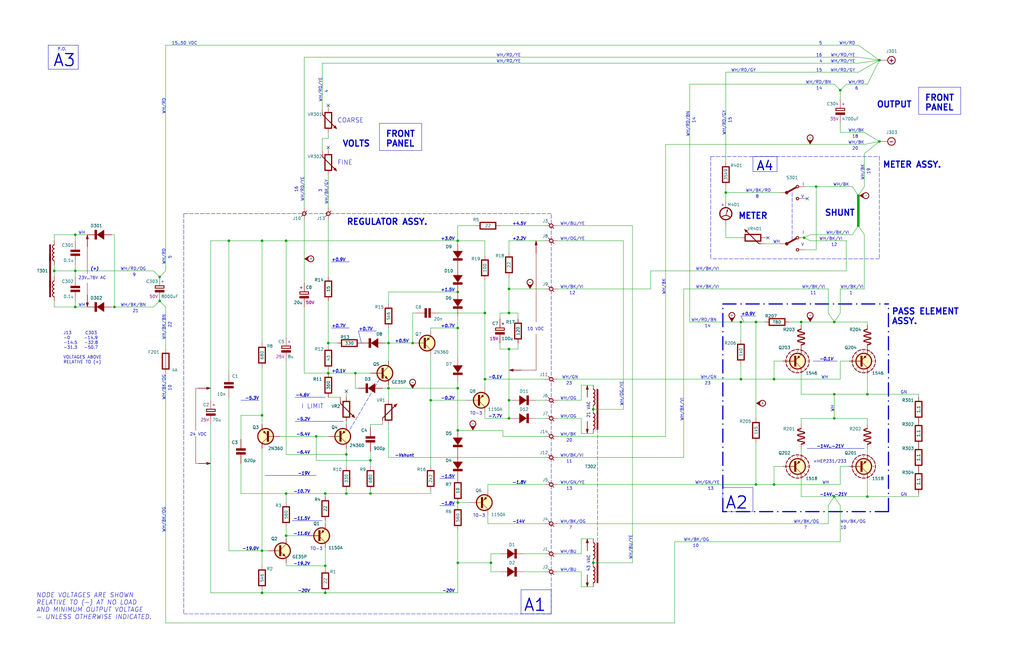
<source format=kicad_sch>
(kicad_sch (version 20211123) (generator eeschema)
  (paper "B")
  (title_block (title "Power Designs 3240 Transistorized Power Supply") (date "2022-07-25") (rev "1") (company "A design by Power Designs") (comment 3 "This schematic © 2022 Kuba Sunderland-Ober") (comment 4 "SPDX-License-Identifier: CERN-OHL-W"))
  (junction (at 337.82 135.89))
  (junction (at 312.42 135.89))
  (junction (at 138.43 144.78))
  (junction (at 193.04 212.09))
  (junction (at 318.77 204.47))
  (junction (at 354.33 38.1))
  (junction (at 326.39 160.02))
  (junction (at 318.77 135.89))
  (junction (at 214.63 132.08))
  (junction (at 137.16 250.19))
  (junction (at 173.99 144.78))
  (junction (at 48.26 129.54))
  (junction (at 326.39 204.47))
  (junction (at 137.16 208.28))
  (junction (at 370.84 59.69))
  (junction (at 214.63 176.53))
  (junction (at 138.43 157.48))
  (junction (at 351.79 209.55))
  (junction (at 193.04 181.61))
  (junction (at 250.19 237.49))
  (junction (at 149.86 157.48))
  (junction (at 193.04 163.83))
  (junction (at 31.75 114.3))
  (junction (at 156.21 194.31))
  (junction (at 351.79 176.53))
  (junction (at 344.17 78.74))
  (junction (at 67.31 127))
  (junction (at 181.61 168.91))
  (junction (at 120.65 226.06))
  (junction (at 67.31 116.84))
  (junction (at 110.49 101.6))
  (junction (at 120.65 101.6))
  (junction (at 370.84 25.4))
  (junction (at 120.65 208.28))
  (junction (at 365.76 166.37))
  (junction (at 214.63 168.91))
  (junction (at 214.63 121.92))
  (junction (at 146.05 191.77))
  (junction (at 312.42 160.02))
  (junction (at 207.01 237.49))
  (junction (at 204.47 132.08))
  (junction (at 193.04 101.6))
  (junction (at 351.79 135.89))
  (junction (at 163.83 144.78))
  (junction (at 306.07 81.28))
  (junction (at 156.21 208.28))
  (junction (at 193.04 138.43))
  (junction (at 110.49 250.19))
  (junction (at 110.49 175.26))
  (junction (at 193.04 237.49))
  (junction (at 163.83 163.83))
  (junction (at 31.75 99.06))
  (junction (at 137.16 238.76))
  (junction (at 22.86 114.3))
  (junction (at 204.47 160.02))
  (junction (at 351.79 166.37))
  (junction (at 146.05 208.28))
  (junction (at 361.95 82.55))
  (junction (at 214.63 147.32))
  (junction (at 250.19 172.72))
  (junction (at 110.49 232.41))
  (junction (at 31.75 129.54))
  (junction (at 361.95 95.25))
  (junction (at 365.76 209.55))
  (junction (at 96.52 101.6))
  (junction (at 133.35 184.15))
  (junction (at 193.04 123.19))
  (junction (at 339.09 100.33))
  (no_connect (at 323.85 100.33))
  (no_connect (at 340.36 83.82))
  (no_connect (at 138.43 44.45))
  (no_connect (at 146.05 165.1))
  (no_connect (at 138.43 62.23))
  (wire (pts (xy 387.35 209.55) (xy 387.35 208.28)))
  (wire (pts (xy 31.75 114.3) (xy 64.77 114.3)))
  (wire (pts (xy 67.31 116.84) (xy 69.85 114.3)))
  (wire (pts (xy 332.74 135.89) (xy 337.82 135.89)))
  (wire (pts (xy 193.04 138.43) (xy 193.04 151.13)))
  (wire (pts (xy 31.75 114.3) (xy 31.75 116.84)))
  (wire (pts (xy 359.41 78.74) (xy 344.17 78.74)))
  (wire (pts (xy 318.77 135.89) (xy 312.42 135.89)))
  (wire (pts (xy 280.67 184.15) (xy 234.95 184.15)))
  (wire (pts (xy 120.65 101.6) (xy 120.65 142.24)))
  (wire (pts (xy 356.87 101.6) (xy 356.87 114.3)))
  (wire (pts (xy 218.44 134.62) (xy 218.44 132.08)))
  (wire (pts (xy 351.79 35.56) (xy 290.83 35.56)))
  (wire (pts (xy 96.52 157.48) (xy 96.52 101.6)))
  (wire (pts (xy 31.75 99.06) (xy 31.75 101.6)))
  (wire (pts (xy 120.65 208.28) (xy 101.6 208.28)))
  (wire (pts (xy 138.43 156.21) (xy 138.43 157.48)))
  (wire (pts (xy 245.11 227.33) (xy 245.11 233.68)))
  (wire (pts (xy 129.54 226.06) (xy 120.65 226.06)))
  (wire (pts (xy 138.43 92.71) (xy 138.43 116.84)))
  (wire (pts (xy 193.04 237.49) (xy 207.01 237.49)))
  (wire (pts (xy 318.77 186.69) (xy 318.77 204.47)))
  (wire (pts (xy 204.47 118.11) (xy 204.47 132.08)))
  (wire (pts (xy 220.98 241.3) (xy 229.87 241.3)))
  (wire (pts (xy 146.05 191.77) (xy 120.65 191.77)))
  (wire (pts (xy 163.83 163.83) (xy 193.04 163.83)))
  (wire (pts (xy 354.33 41.91) (xy 354.33 38.1)))
  (wire (pts (xy 229.87 160.02) (xy 204.47 160.02)))
  (wire (pts (xy 149.86 163.83) (xy 149.86 157.48)))
  (wire (pts (xy 156.21 208.28) (xy 156.21 207.01)))
  (wire (pts (xy 193.04 212.09) (xy 193.04 213.36)))
  (polyline (pts (xy 251.968 181.102) (xy 251.968 229.108)))
  (polyline (pts (xy 151.13 139.7) (xy 152.4 144.78)) (stroke (width 0) (type solid)))
  (wire (pts (xy 214.63 132.08) (xy 210.82 132.08)))
  (polyline (pts (xy 177.8 63.5) (xy 160.02 63.5)) (stroke (width 0) (type solid)))
  (wire (pts (xy 88.9 179.07) (xy 88.9 250.19)))
  (wire (pts (xy 326.39 152.4) (xy 330.2 152.4)))
  (wire (pts (xy 214.63 168.91) (xy 214.63 176.53)))
  (wire (pts (xy 31.75 99.06) (xy 22.86 99.06)))
  (wire (pts (xy 156.21 194.31) (xy 156.21 196.85)))
  (wire (pts (xy 137.16 238.76) (xy 120.65 238.76)))
  (wire (pts (xy 163.83 123.19) (xy 163.83 128.27)))
  (wire (pts (xy 370.84 25.4) (xy 361.95 30.48)))
  (wire (pts (xy 146.05 177.8) (xy 146.05 179.07)))
  (wire (pts (xy 328.93 102.87) (xy 322.58 102.87)))
  (wire (pts (xy 214.63 101.6) (xy 214.63 106.68)))
  (polyline (pts (xy 327.66 72.39) (xy 317.5 72.39)) (stroke (width 0) (type solid)))
  (wire (pts (xy 358.14 196.85) (xy 354.33 196.85)))
  (wire (pts (xy 245.11 247.65) (xy 250.19 247.65)))
  (polyline (pts (xy 219.71 156.21) (xy 226.06 156.21)) (stroke (width 0) (type solid) (color 132 0 0 1)))
  (wire (pts (xy 205.74 217.17) (xy 205.74 220.98)))
  (wire (pts (xy 250.19 182.88) (xy 245.11 182.88)))
  (wire (pts (xy 135.89 26.67) (xy 135.89 45.72)))
  (wire (pts (xy 359.41 99.06) (xy 341.63 99.06)))
  (wire (pts (xy 306.07 81.28) (xy 306.07 85.09)))
  (wire (pts (xy 22.86 129.54) (xy 31.75 129.54)))
  (wire (pts (xy 361.95 26.67) (xy 135.89 26.67)))
  (wire (pts (xy 245.11 168.91) (xy 245.11 162.56)))
  (wire (pts (xy 146.05 191.77) (xy 146.05 196.85)))
  (wire (pts (xy 349.25 220.98) (xy 349.25 213.36)))
  (wire (pts (xy 128.27 24.13) (xy 128.27 87.63)))
  (wire (pts (xy 344.17 105.41) (xy 344.17 78.74)))
  (wire (pts (xy 137.16 219.71) (xy 137.16 220.98)))
  (wire (pts (xy 193.04 133.35) (xy 193.04 138.43)))
  (wire (pts (xy 138.43 55.88) (xy 138.43 58.42)))
  (polyline (pts (xy 304.8 128.27) (xy 374.65 128.27)) (stroke (width 0.508) (type dash_dot)))
  (wire (pts (xy 341.63 99.06) (xy 339.09 100.33)))
  (polyline (pts (xy 20.32 19.05) (xy 20.32 29.21)) (stroke (width 0) (type solid)))
  (wire (pts (xy 337.82 189.23) (xy 337.82 191.77)))
  (wire (pts (xy 110.49 101.6) (xy 120.65 101.6)))
  (wire (pts (xy 234.95 160.02) (xy 312.42 160.02)))
  (wire (pts (xy 137.16 250.19) (xy 193.04 250.19)))
  (wire (pts (xy 349.25 121.92) (xy 288.29 121.92)))
  (wire (pts (xy 312.42 100.33) (xy 306.07 100.33)))
  (polyline (pts (xy 317.5 205.74) (xy 317.5 215.9)) (stroke (width 0) (type solid)))
  (wire (pts (xy 364.49 55.88) (xy 370.84 59.69)))
  (polyline (pts (xy 219.71 248.92) (xy 232.41 248.92)) (stroke (width 0) (type solid)))
  (wire (pts (xy 22.86 114.3) (xy 22.86 116.84)))
  (wire (pts (xy 318.77 135.89) (xy 318.77 176.53)))
  (wire (pts (xy 339.09 100.33) (xy 341.63 101.6)))
  (wire (pts (xy 181.61 168.91) (xy 181.61 196.85)))
  (wire (pts (xy 181.61 207.01) (xy 181.61 208.28)))
  (wire (pts (xy 354.33 196.85) (xy 354.33 204.47)))
  (wire (pts (xy 344.17 78.74) (xy 339.09 78.74)))
  (wire (pts (xy 31.75 127) (xy 31.75 129.54)))
  (wire (pts (xy 110.49 101.6) (xy 110.49 144.78)))
  (wire (pts (xy 110.49 248.92) (xy 110.49 250.19)))
  (wire (pts (xy 337.82 201.93) (xy 337.82 209.55)))
  (wire (pts (xy 207.01 241.3) (xy 210.82 241.3)))
  (wire (pts (xy 204.47 173.99) (xy 204.47 176.53)))
  (wire (pts (xy 128.27 92.71) (xy 128.27 119.38)))
  (polyline (pts (xy 387.35 36.83) (xy 405.13 36.83)) (stroke (width 0) (type solid)))
  (wire (pts (xy 110.49 232.41) (xy 96.52 232.41)))
  (wire (pts (xy 356.87 101.6) (xy 341.63 101.6)))
  (wire (pts (xy 146.05 189.23) (xy 146.05 191.77)))
  (wire (pts (xy 138.43 144.78) (xy 138.43 146.05)))
  (wire (pts (xy 138.43 87.63) (xy 138.43 73.66)))
  (wire (pts (xy 354.33 38.1) (xy 351.79 35.56)))
  (wire (pts (xy 365.76 201.93) (xy 365.76 209.55)))
  (wire (pts (xy 365.76 176.53) (xy 351.79 176.53)))
  (wire (pts (xy 214.63 168.91) (xy 215.9 168.91)))
  (wire (pts (xy 146.05 208.28) (xy 146.05 207.01)))
  (polyline (pts (xy 82.55 195.58) (xy 83.82 195.58)) (stroke (width 0) (type solid) (color 132 0 0 1)))
  (wire (pts (xy 337.82 176.53) (xy 337.82 179.07)))
  (wire (pts (xy 245.11 241.3) (xy 245.11 247.65)))
  (polyline (pts (xy 304.8 215.9) (xy 304.8 205.74)) (stroke (width 0) (type solid)))
  (wire (pts (xy 214.63 147.32) (xy 210.82 147.32)))
  (wire (pts (xy 210.82 95.25) (xy 229.87 95.25)))
  (wire (pts (xy 163.83 162.56) (xy 163.83 163.83)))
  (wire (pts (xy 22.86 114.3) (xy 31.75 114.3)))
  (wire (pts (xy 163.83 138.43) (xy 163.83 144.78)))
  (polyline (pts (xy 405.13 36.83) (xy 405.13 48.26)) (stroke (width 0) (type solid)))
  (polyline (pts (xy 160.02 52.07) (xy 160.02 63.5)) (stroke (width 0) (type solid)))
  (wire (pts (xy 138.43 62.23) (xy 138.43 63.5)))
  (wire (pts (xy 214.63 116.84) (xy 214.63 121.92)))
  (polyline (pts (xy 160.02 160.02) (xy 147.32 181.61)))
  (wire (pts (xy 48.26 129.54) (xy 46.99 129.54)))
  (wire (pts (xy 323.85 100.33) (xy 322.58 100.33)))
  (wire (pts (xy 288.29 121.92) (xy 288.29 193.04)))
  (wire (pts (xy 234.95 95.25) (xy 266.7 95.25)))
  (wire (pts (xy 361.95 30.48) (xy 306.07 30.48)))
  (wire (pts (xy 163.83 163.83) (xy 163.83 168.91)))
  (wire (pts (xy 354.33 160.02) (xy 326.39 160.02)))
  (wire (pts (xy 354.33 52.07) (xy 354.33 55.88)))
  (wire (pts (xy 88.9 168.91) (xy 88.9 101.6)))
  (polyline (pts (xy 160.02 52.07) (xy 177.8 52.07)) (stroke (width 0) (type solid)))
  (wire (pts (xy 135.89 63.5) (xy 135.89 58.42)))
  (wire (pts (xy 120.65 226.06) (xy 120.65 227.33)))
  (polyline (pts (xy 342.9 152.4) (xy 353.06 152.4)) (stroke (width 0) (type solid)))
  (wire (pts (xy 280.67 60.96) (xy 280.67 184.15)))
  (polyline (pts (xy 370.84 66.04) (xy 370.84 109.22)))
  (wire (pts (xy 229.87 121.92) (xy 214.63 121.92)))
  (wire (pts (xy 351.79 166.37) (xy 351.79 176.53)))
  (polyline (pts (xy 304.8 215.9) (xy 304.8 128.27)) (stroke (width 0.508) (type dash_dot)))
  (wire (pts (xy 326.39 204.47) (xy 318.77 204.47)))
  (wire (pts (xy 181.61 138.43) (xy 181.61 139.7)))
  (wire (pts (xy 146.05 165.1) (xy 146.05 167.64)))
  (wire (pts (xy 337.82 157.48) (xy 337.82 166.37)))
  (polyline (pts (xy 219.71 259.08) (xy 219.71 248.92)) (stroke (width 0) (type solid)))
  (wire (pts (xy 135.89 58.42) (xy 138.43 58.42)))
  (wire (pts (xy 361.95 95.25) (xy 359.41 99.06)))
  (wire (pts (xy 229.87 220.98) (xy 205.74 220.98)))
  (polyline (pts (xy 226.06 140.97) (xy 226.06 156.21)) (stroke (width 0) (type solid) (color 132 0 0 1)))
  (wire (pts (xy 138.43 184.15) (xy 133.35 184.15)))
  (polyline (pts (xy 317.5 72.39) (xy 317.5 66.04)) (stroke (width 0) (type solid)))
  (polyline (pts (xy 20.32 29.21) (xy 33.02 29.21)) (stroke (width 0) (type solid)))
  (wire (pts (xy 161.29 163.83) (xy 163.83 163.83)))
  (wire (pts (xy 22.86 99.06) (xy 22.86 101.6)))
  (wire (pts (xy 137.16 208.28) (xy 120.65 208.28)))
  (wire (pts (xy 205.74 207.01) (xy 205.74 204.47)))
  (wire (pts (xy 361.95 26.67) (xy 370.84 25.4)))
  (wire (pts (xy 245.11 162.56) (xy 250.19 162.56)))
  (wire (pts (xy 284.48 228.6) (xy 284.48 262.89)))
  (polyline (pts (xy 232.41 248.92) (xy 232.41 259.08)) (stroke (width 0) (type solid)))
  (wire (pts (xy 156.21 190.5) (xy 156.21 194.31)))
  (wire (pts (xy 69.85 157.48) (xy 69.85 262.89)))
  (wire (pts (xy 354.33 204.47) (xy 326.39 204.47)))
  (wire (pts (xy 365.76 137.16) (xy 365.76 135.89)))
  (wire (pts (xy 204.47 160.02) (xy 204.47 163.83)))
  (wire (pts (xy 175.26 132.08) (xy 173.99 132.08)))
  (wire (pts (xy 149.86 157.48) (xy 156.21 157.48)))
  (wire (pts (xy 365.76 166.37) (xy 351.79 166.37)))
  (wire (pts (xy 193.04 123.19) (xy 163.83 123.19)))
  (wire (pts (xy 364.49 99.06) (xy 364.49 121.92)))
  (wire (pts (xy 364.49 121.92) (xy 354.33 121.92)))
  (wire (pts (xy 370.84 25.4) (xy 365.76 35.56)))
  (wire (pts (xy 370.84 59.69) (xy 364.49 64.77)))
  (wire (pts (xy 193.04 237.49) (xy 193.04 250.19)))
  (wire (pts (xy 110.49 250.19) (xy 137.16 250.19)))
  (polyline (pts (xy 123.19 219.71) (xy 135.89 219.71)) (stroke (width 0) (type solid)))
  (wire (pts (xy 214.63 121.92) (xy 214.63 132.08)))
  (wire (pts (xy 218.44 144.78) (xy 218.44 147.32)))
  (wire (pts (xy 234.95 101.6) (xy 262.89 101.6)))
  (wire (pts (xy 354.33 228.6) (xy 284.48 228.6)))
  (wire (pts (xy 64.77 114.3) (xy 67.31 116.84)))
  (wire (pts (xy 204.47 132.08) (xy 204.47 160.02)))
  (wire (pts (xy 120.65 237.49) (xy 120.65 238.76)))
  (wire (pts (xy 218.44 147.32) (xy 214.63 147.32)))
  (wire (pts (xy 349.25 132.08) (xy 349.25 121.92)))
  (wire (pts (xy 326.39 160.02) (xy 312.42 160.02)))
  (wire (pts (xy 220.98 233.68) (xy 229.87 233.68)))
  (wire (pts (xy 312.42 135.89) (xy 312.42 143.51)))
  (wire (pts (xy 337.82 135.89) (xy 337.82 137.16)))
  (polyline (pts (xy 137.16 167.64) (xy 124.46 167.64)) (stroke (width 0) (type solid)))
  (polyline (pts (xy 77.47 259.08) (xy 232.41 259.08)))
  (wire (pts (xy 351.79 209.55) (xy 337.82 209.55)))
  (polyline (pts (xy 36.83 104.14) (xy 36.83 115.57)) (stroke (width 0) (type solid) (color 132 0 0 1)))
  (polyline (pts (xy 111.76 200.66) (xy 133.35 200.66)) (stroke (width 0) (type solid)))
  (wire (pts (xy 229.87 204.47) (xy 205.74 204.47)))
  (wire (pts (xy 326.39 204.47) (xy 326.39 196.85)))
  (wire (pts (xy 212.09 184.15) (xy 229.87 184.15)))
  (wire (pts (xy 229.87 101.6) (xy 214.63 101.6)))
  (wire (pts (xy 365.76 189.23) (xy 365.76 191.77)))
  (wire (pts (xy 365.76 135.89) (xy 351.79 135.89)))
  (wire (pts (xy 266.7 237.49) (xy 266.7 95.25)))
  (polyline (pts (xy 232.41 259.08) (xy 232.41 90.17)))
  (polyline (pts (xy 387.35 36.83) (xy 387.35 48.26)) (stroke (width 0) (type solid)))
  (wire (pts (xy 290.83 135.89) (xy 312.42 135.89)))
  (wire (pts (xy 198.12 212.09) (xy 193.04 212.09)))
  (wire (pts (xy 250.19 227.33) (xy 245.11 227.33)))
  (wire (pts (xy 328.93 81.28) (xy 306.07 81.28)))
  (polyline (pts (xy 374.65 215.9) (xy 304.8 215.9)) (stroke (width 0.508) (type dash_dot)))
  (wire (pts (xy 110.49 189.23) (xy 110.49 232.41)))
  (wire (pts (xy 306.07 78.74) (xy 306.07 81.28)))
  (wire (pts (xy 204.47 101.6) (xy 193.04 101.6)))
  (polyline (pts (xy 299.72 66.04) (xy 370.84 66.04)))
  (wire (pts (xy 128.27 129.54) (xy 128.27 157.48)))
  (wire (pts (xy 204.47 132.08) (xy 185.42 132.08)))
  (wire (pts (xy 101.6 208.28) (xy 101.6 195.58)))
  (wire (pts (xy 181.61 208.28) (xy 156.21 208.28)))
  (wire (pts (xy 163.83 144.78) (xy 163.83 152.4)))
  (wire (pts (xy 137.16 208.28) (xy 137.16 209.55)))
  (wire (pts (xy 364.49 78.74) (xy 361.95 82.55)))
  (wire (pts (xy 370.84 25.4) (xy 361.95 24.13)))
  (wire (pts (xy 351.79 135.89) (xy 349.25 132.08)))
  (wire (pts (xy 118.11 184.15) (xy 133.35 184.15)))
  (wire (pts (xy 351.79 209.55) (xy 349.25 213.36)))
  (wire (pts (xy 31.75 99.06) (xy 36.83 99.06)))
  (polyline (pts (xy 312.42 133.35) (xy 318.77 133.35)) (stroke (width 0) (type solid)))
  (wire (pts (xy 120.65 208.28) (xy 120.65 212.09)))
  (wire (pts (xy 234.95 176.53) (xy 245.11 176.53)))
  (polyline (pts (xy 33.02 19.05) (xy 20.32 19.05)) (stroke (width 0) (type solid)))
  (wire (pts (xy 234.95 168.91) (xy 245.11 168.91)))
  (wire (pts (xy 193.04 181.61) (xy 212.09 181.61)))
  (polyline (pts (xy 317.5 215.9) (xy 304.8 215.9)) (stroke (width 0) (type solid)))
  (polyline (pts (xy 158.75 139.7) (xy 151.13 139.7)) (stroke (width 0) (type solid)))
  (wire (pts (xy 193.04 101.6) (xy 120.65 101.6)))
  (wire (pts (xy 210.82 233.68) (xy 207.01 233.68)))
  (wire (pts (xy 226.06 176.53) (xy 229.87 176.53)))
  (wire (pts (xy 214.63 176.53) (xy 204.47 176.53)))
  (polyline (pts (xy 304.8 205.74) (xy 317.5 205.74)) (stroke (width 0) (type solid)))
  (wire (pts (xy 234.95 241.3) (xy 245.11 241.3)))
  (wire (pts (xy 365.76 209.55) (xy 351.79 209.55)))
  (wire (pts (xy 156.21 179.07) (xy 161.29 179.07)))
  (wire (pts (xy 193.04 102.87) (xy 193.04 101.6)))
  (wire (pts (xy 204.47 107.95) (xy 204.47 101.6)))
  (wire (pts (xy 354.33 213.36) (xy 354.33 228.6)))
  (wire (pts (xy 110.49 232.41) (xy 110.49 238.76)))
  (polyline (pts (xy 101.6 168.91) (xy 109.22 168.91)) (stroke (width 0) (type solid)))
  (polyline (pts (xy 232.41 90.17) (xy 77.47 90.17)))
  (wire (pts (xy 226.06 168.91) (xy 229.87 168.91)))
  (wire (pts (xy 138.43 157.48) (xy 149.86 157.48)))
  (wire (pts (xy 326.39 196.85) (xy 330.2 196.85)))
  (polyline (pts (xy 340.36 189.23) (xy 364.49 189.23)) (stroke (width 0) (type solid)))
  (wire (pts (xy 88.9 101.6) (xy 96.52 101.6)))
  (wire (pts (xy 290.83 35.56) (xy 290.83 135.89)))
  (wire (pts (xy 128.27 157.48) (xy 138.43 157.48)))
  (wire (pts (xy 193.04 95.25) (xy 193.04 101.6)))
  (wire (pts (xy 361.95 19.05) (xy 370.84 25.4)))
  (wire (pts (xy 120.65 152.4) (xy 120.65 191.77)))
  (wire (pts (xy 137.16 238.76) (xy 137.16 240.03)))
  (wire (pts (xy 306.07 30.48) (xy 306.07 68.58)))
  (polyline (pts (xy 82.55 163.83) (xy 83.82 163.83)) (stroke (width 0) (type solid) (color 132 0 0 1)))
  (wire (pts (xy 69.85 129.54) (xy 69.85 147.32)))
  (polyline (pts (xy 299.72 66.04) (xy 299.72 109.22)))
  (wire (pts (xy 138.43 167.64) (xy 143.51 167.64)))
  (wire (pts (xy 210.82 144.78) (xy 210.82 147.32)))
  (wire (pts (xy 365.76 35.56) (xy 356.87 35.56)))
  (wire (pts (xy 69.85 19.05) (xy 69.85 114.3)))
  (wire (pts (xy 31.75 111.76) (xy 31.75 114.3)))
  (wire (pts (xy 354.33 213.36) (xy 351.79 209.55)))
  (wire (pts (xy 181.61 149.86) (xy 181.61 168.91)))
  (wire (pts (xy 67.31 127) (xy 69.85 129.54)))
  (wire (pts (xy 193.04 223.52) (xy 193.04 237.49)))
  (wire (pts (xy 22.86 127) (xy 22.86 129.54)))
  (wire (pts (xy 181.61 138.43) (xy 193.04 138.43)))
  (wire (pts (xy 262.89 172.72) (xy 262.89 101.6)))
  (polyline (pts (xy 139.7 138.43) (xy 147.32 138.43)) (stroke (width 0) (type solid)))
  (polyline (pts (xy 82.55 163.83) (xy 82.55 181.61)) (stroke (width 0) (type solid) (color 132 0 0 1)))
  (wire (pts (xy 218.44 132.08) (xy 214.63 132.08)))
  (wire (pts (xy 274.32 121.92) (xy 274.32 114.3)))
  (polyline (pts (xy 405.13 48.26) (xy 387.35 48.26)) (stroke (width 0) (type solid)))
  (wire (pts (xy 31.75 129.54) (xy 36.83 129.54)))
  (polyline (pts (xy 334.01 81.28) (xy 334.01 101.6)))
  (wire (pts (xy 215.9 176.53) (xy 214.63 176.53)))
  (wire (pts (xy 88.9 250.19) (xy 110.49 250.19)))
  (wire (pts (xy 212.09 181.61) (xy 212.09 184.15)))
  (wire (pts (xy 156.21 179.07) (xy 156.21 180.34)))
  (wire (pts (xy 48.26 129.54) (xy 64.77 129.54)))
  (wire (pts (xy 229.87 193.04) (xy 163.83 193.04)))
  (wire (pts (xy 207.01 237.49) (xy 207.01 241.3)))
  (wire (pts (xy 163.83 193.04) (xy 163.83 179.07)))
  (wire (pts (xy 173.99 132.08) (xy 173.99 144.78)))
  (wire (pts (xy 318.77 204.47) (xy 234.95 204.47)))
  (wire (pts (xy 110.49 232.41) (xy 113.03 232.41)))
  (wire (pts (xy 361.95 82.55) (xy 361.95 95.25)) (stroke (width 1.016)))
  (wire (pts (xy 312.42 153.67) (xy 312.42 160.02)))
  (polyline (pts (xy 370.84 109.22) (xy 299.72 109.22)))
  (polyline (pts (xy 226.06 106.68) (xy 226.06 135.89)) (stroke (width 0) (type solid) (color 132 0 0 1)))
  (wire (pts (xy 361.95 82.55) (xy 359.41 78.74)))
  (wire (pts (xy 210.82 132.08) (xy 210.82 134.62)))
  (wire (pts (xy 193.04 163.83) (xy 193.04 181.61)))
  (polyline (pts (xy 177.8 52.07) (xy 177.8 63.5)) (stroke (width 0) (type solid)))
  (wire (pts (xy 22.86 111.76) (xy 22.86 114.3)))
  (wire (pts (xy 234.95 121.92) (xy 274.32 121.92)))
  (wire (pts (xy 101.6 175.26) (xy 110.49 175.26)))
  (wire (pts (xy 351.79 176.53) (xy 337.82 176.53)))
  (wire (pts (xy 322.58 135.89) (xy 318.77 135.89)))
  (polyline (pts (xy 185.42 213.36) (xy 191.77 213.36)) (stroke (width 0) (type solid)))
  (wire (pts (xy 364.49 60.96) (xy 280.67 60.96)))
  (wire (pts (xy 214.63 147.32) (xy 214.63 168.91)))
  (wire (pts (xy 370.84 59.69) (xy 364.49 60.96)))
  (wire (pts (xy 351.79 135.89) (xy 337.82 135.89)))
  (wire (pts (xy 288.29 193.04) (xy 234.95 193.04)))
  (wire (pts (xy 67.31 127) (xy 64.77 129.54)))
  (wire (pts (xy 156.21 194.31) (xy 133.35 194.31)))
  (polyline (pts (xy 77.47 90.17) (xy 77.47 259.08)))
  (wire (pts (xy 274.32 114.3) (xy 356.87 114.3)))
  (wire (pts (xy 364.49 64.77) (xy 364.49 78.74)))
  (polyline (pts (xy 374.65 215.9) (xy 374.65 128.27)) (stroke (width 0.508) (type dash_dot)))
  (wire (pts (xy 365.76 157.48) (xy 365.76 166.37)))
  (wire (pts (xy 156.21 208.28) (xy 146.05 208.28)))
  (wire (pts (xy 162.56 144.78) (xy 163.83 144.78)))
  (wire (pts (xy 354.33 121.92) (xy 354.33 132.08)))
  (wire (pts (xy 349.25 220.98) (xy 234.95 220.98)))
  (wire (pts (xy 361.95 24.13) (xy 128.27 24.13)))
  (wire (pts (xy 354.33 55.88) (xy 364.49 55.88)))
  (polyline (pts (xy 327.66 66.04) (xy 327.66 72.39)) (stroke (width 0) (type solid)))
  (wire (pts (xy 207.01 233.68) (xy 207.01 237.49)))
  (wire (pts (xy 138.43 44.45) (xy 138.43 45.72)))
  (wire (pts (xy 365.76 209.55) (xy 387.35 209.55)))
  (wire (pts (xy 101.6 185.42) (xy 101.6 175.26)))
  (polyline (pts (xy 313.69 135.89) (xy 312.42 133.35)) (stroke (width 0) (type solid)))
  (wire (pts (xy 138.43 127) (xy 138.43 144.78)))
  (wire (pts (xy 245.11 182.88) (xy 245.11 176.53)))
  (wire (pts (xy 339.09 105.41) (xy 344.17 105.41)))
  (wire (pts (xy 196.85 168.91) (xy 181.61 168.91)))
  (wire (pts (xy 361.95 19.05) (xy 69.85 19.05)))
  (polyline (pts (xy 36.83 124.46) (xy 36.83 119.38)) (stroke (width 0) (type solid) (color 132 0 0 1)))
  (wire (pts (xy 356.87 35.56) (xy 354.33 38.1)))
  (wire (pts (xy 48.26 99.06) (xy 48.26 129.54)))
  (wire (pts (xy 96.52 167.64) (xy 96.52 232.41)))
  (polyline (pts (xy 317.5 66.04) (xy 327.66 66.04)) (stroke (width 0) (type solid)))
  (wire (pts (xy 137.16 208.28) (xy 146.05 208.28)))
  (wire (pts (xy 193.04 161.29) (xy 193.04 163.83)))
  (wire (pts (xy 387.35 166.37) (xy 365.76 166.37)))
  (wire (pts (xy 306.07 100.33) (xy 306.07 95.25)))
  (wire (pts (xy 120.65 222.25) (xy 120.65 226.06)))
  (polyline (pts (xy 185.42 201.93) (xy 191.77 201.93)) (stroke (width 0) (type solid)))
  (wire (pts (xy 149.86 163.83) (xy 151.13 163.83)))
  (polyline (pts (xy 33.02 29.21) (xy 33.02 19.05)) (stroke (width 0) (type solid)))
  (wire (pts (xy 365.76 179.07) (xy 365.76 176.53)))
  (wire (pts (xy 142.24 144.78) (xy 138.43 144.78)))
  (wire (pts (xy 364.49 99.06) (xy 361.95 95.25)))
  (wire (pts (xy 193.04 95.25) (xy 200.66 95.25)))
  (wire (pts (xy 96.52 101.6) (xy 110.49 101.6)))
  (polyline (pts (xy 82.55 184.15) (xy 82.55 195.58)) (stroke (width 0) (type solid) (color 132 0 0 1)))
  (wire (pts (xy 354.33 152.4) (xy 354.33 160.02)))
  (wire (pts (xy 351.79 166.37) (xy 337.82 166.37)))
  (wire (pts (xy 110.49 154.94) (xy 110.49 175.26)))
  (polyline (pts (xy 232.41 259.08) (xy 219.71 259.08)) (stroke (width 0) (type solid)))
  (wire (pts (xy 137.16 231.14) (xy 137.16 238.76)))
  (wire (pts (xy 163.83 144.78) (xy 173.99 144.78)))
  (wire (pts (xy 250.19 237.49) (xy 266.7 237.49)))
  (wire (pts (xy 387.35 166.37) (xy 387.35 167.64)))
  (polyline (pts (xy 124.46 177.8) (xy 144.78 177.8)) (stroke (width 0) (type solid)))
  (wire (pts (xy 340.36 83.82) (xy 339.09 83.82)))
  (wire (pts (xy 110.49 175.26) (xy 110.49 179.07)))
  (wire (pts (xy 46.99 99.06) (xy 48.26 99.06)))
  (wire (pts (xy 326.39 160.02) (xy 326.39 152.4)))
  (wire (pts (xy 354.33 132.08) (xy 351.79 135.89)))
  (wire (pts (xy 284.48 262.89) (xy 69.85 262.89)))
  (wire (pts (xy 358.14 152.4) (xy 354.33 152.4)))
  (polyline (pts (xy 139.7 110.49) (xy 147.32 110.49)) (stroke (width 0) (type solid)))
  (wire (pts (xy 133.35 184.15) (xy 133.35 194.31)))
  (wire (pts (xy 250.19 172.72) (xy 262.89 172.72)))
  (wire (pts (xy 234.95 233.68) (xy 245.11 233.68)))
  (text "TO-3" (at 198.12 175.26 0) (effects (font (size 1.27 1.27)) (justify left bottom)))
  (text "13" (at 238.76 207.01 0) (effects (font (size 1.27 1.27)) (justify left bottom)))
  (text "WH/RD/OG" (at 50.8 114.3 0) (effects (font (size 1.27 1.27)) (justify left bottom)))
  (text "WH/BK/OG" (at 69.85 224.79 90) (effects (font (size 1.27 1.27)) (justify left bottom)))
  (text "-19.0V" (at 109.22 232.41 180) (effects (font (size 1.27 1.27) (thickness 0.254) bold italic) (justify right bottom)))
  (text "VOLTS" (at 156.21 62.23 180) (effects (font (size 2.54 2.54) (thickness 0.508) bold) (justify right bottom)))
  (text "WH/RD/YE" (at 360.68 24.13 180) (effects (font (size 1.27 1.27)) (justify right bottom)))
  (text "TO-3" (at 130.81 232.41 0) (effects (font (size 1.27 1.27)) (justify left bottom)))
  (text "WH/BU/YE" (at 236.22 95.25 0) (effects (font (size 1.27 1.27)) (justify left bottom)))
  (text "10" (at 72.39 165.1 90) (effects (font (size 1.27 1.27)) (justify left bottom)))
  (text "WH/OG" (at 236.22 176.53 0) (effects (font (size 1.27 1.27)) (justify left bottom)))
  (text "-5.2V" (at 130.81 177.8 180) (effects (font (size 1.27 1.27) (thickness 0.254) bold italic) (justify right bottom)))
  (text "10" (at 292.1 231.14 0) (effects (font (size 1.27 1.27)) (justify left bottom)))
  (text "15" (at 346.71 30.48 180) (effects (font (size 1.27 1.27)) (justify right bottom)))
  (text "-19V" (at 130.81 200.66 180) (effects (font (size 1.27 1.27) (thickness 0.254) bold italic) (justify right bottom)))
  (text "12" (at 240.03 124.46 0) (effects (font (size 1.27 1.27)) (justify left bottom)))
  (text "V" (at 339.09 83.82 180) (effects (font (size 1.27 1.27)) (justify right bottom)))
  (text "WH/RD" (at 364.49 35.56 180) (effects (font (size 1.27 1.27)) (justify right bottom)))
  (text "-0.1V" (at 205.74 160.02 0) (effects (font (size 1.27 1.27) (thickness 0.254) bold italic) (justify left bottom)))
  (text "COARSE" (at 142.24 52.07 0) (effects (font (size 1.905 1.905)) (justify left bottom)))
  (text "23V..76V AC" (at 33.02 118.11 0) (effects (font (size 1.27 1.27)) (justify left bottom)))
  (text "4" (at 138.43 39.37 90) (effects (font (size 1.27 1.27)) (justify left bottom)))
  (text "WH/BK/VI" (at 345.44 101.6 0) (effects (font (size 1.27 1.27)) (justify left bottom)))
  (text "(+)" (at 38.1 114.3 0) (effects (font (size 1.27 1.27) (thickness 0.254) bold italic) (justify left bottom)))
  (text "WH/RD/YE" (at 219.71 26.67 180) (effects (font (size 1.27 1.27)) (justify right bottom)))
  (text "-1.5V" (at 191.77 201.93 180) (effects (font (size 1.27 1.27) (thickness 0.254) bold italic) (justify right bottom)))
  (text "FRONT\nPANEL" (at 162.56 62.23 0) (effects (font (size 2.54 2.54) (thickness 0.508) bold) (justify left bottom)))
  (text "7" (at 241.3 223.52 180) (effects (font (size 1.27 1.27)) (justify right bottom)))
  (text "+0.9V" (at 139.7 110.49 0) (effects (font (size 1.27 1.27) (thickness 0.254) bold italic) (justify left bottom)))
  (text "A4" (at 318.77 72.39 0) (effects (font (size 3.81 3.81) (thickness 0.508) bold) (justify left bottom)))
  (text "WH" (at 33.02 129.54 0) (effects (font (size 1.27 1.27)) (justify left bottom)))
  (text "-5.3V" (at 109.22 168.91 180) (effects (font (size 1.27 1.27) (thickness 0.254) bold italic) (justify right bottom)))
  (text "WH/BK/BN" (at 50.8 129.54 0) (effects (font (size 1.27 1.27)) (justify left bottom)))
  (text "43 VAC" (at 248.92 241.3 90) (effects (font (size 1.27 1.27)) (justify left bottom)))
  (text "TO-3" (at 199.39 218.44 0) (effects (font (size 1.27 1.27)) (justify left bottom)))
  (text "-Vshunt" (at 166.37 193.04 0) (effects (font (size 1.27 1.27) (thickness 0.254) bold italic) (justify left bottom)))
  (text "WH/BK/VI" (at 293.37 121.92 0) (effects (font (size 1.27 1.27)) (justify left bottom)))
  (text "=HEP231/233" (at 342.9 195.58 0) (effects (font (size 1.27 1.27)) (justify left bottom)))
  (text "24 VDC" (at 80.01 184.15 0) (effects (font (size 1.27 1.27)) (justify left bottom)))
  (text "WH/BK/VI" (at 236.22 121.92 0) (effects (font (size 1.27 1.27)) (justify left bottom)))
  (text "WH/BK" (at 280.67 124.46 90) (effects (font (size 1.27 1.27)) (justify left bottom)))
  (text "WH/OG" (at 236.22 168.91 0) (effects (font (size 1.27 1.27)) (justify left bottom)))
  (text "-14V" (at 215.9 220.98 0) (effects (font (size 1.27 1.27) (thickness 0.254) bold italic) (justify left bottom)))
  (text "WH/BK/VI" (at 288.29 177.8 90) (effects (font (size 1.27 1.27)) (justify left bottom)))
  (text "FINE" (at 142.24 69.85 0) (effects (font (size 1.905 1.905)) (justify left bottom)))
  (text "WH/BK/BN" (at 69.85 143.51 90) (effects (font (size 1.27 1.27)) (justify left bottom)))
  (text "15" (at 308.61 52.07 90) (effects (font (size 1.27 1.27)) (justify left bottom)))
  (text "16" (at 125.73 81.28 90) (effects (font (size 1.27 1.27)) (justify left bottom)))
  (text "15..50 VDC" (at 72.39 19.05 0) (effects (font (size 1.27 1.27)) (justify left bottom)))
  (text "19" (at 367.03 73.66 90) (effects (font (size 1.27 1.27)) (justify left bottom)))
  (text "I LIMIT" (at 127 172.72 0) (effects (font (size 1.905 1.905)) (justify left bottom)))
  (text "WH/BU/YE" (at 266.7 236.22 90) (effects (font (size 1.27 1.27)) (justify left bottom)))
  (text "-4.6V" (at 124.46 167.64 0) (effects (font (size 1.27 1.27) (thickness 0.254) bold italic) (justify left bottom)))
  (text "WH/RD/GY" (at 360.68 30.48 180) (effects (font (size 1.27 1.27)) (justify right bottom)))
  (text "WH/BU" (at 236.22 241.3 0) (effects (font (size 1.27 1.27)) (justify left bottom)))
  (text "NODE VOLTAGES ARE SHOWN\nRELATIVE TO (-) AT NO LOAD\nAND MINIMUM OUTPUT VOLTAGE\n- UNLESS OTHERWISE INDICATED." (at 15.24 261.62 0) (effects (font (size 1.905 1.905) italic) (justify left bottom)))
  (text "+0.1V" (at 139.7 157.48 0) (effects (font (size 1.27 1.27) (thickness 0.254) bold italic) (justify left bottom)))
  (text "WH/RD/BN" (at 302.26 135.89 180) (effects (font (size 1.27 1.27)) (justify right bottom)))
  (text "5" (at 72.39 107.95 270) (effects (font (size 1.27 1.27)) (justify right bottom)))
  (text "22" (at 72.39 138.43 90) (effects (font (size 1.27 1.27)) (justify left bottom)))
  (text "-0.2V" (at 191.77 168.91 180) (effects (font (size 1.27 1.27) (thickness 0.254) bold italic) (justify right bottom)))
  (text "14" (at 293.37 49.53 270) (effects (font (size 1.27 1.27)) (justify right bottom)))
  (text "-11.5V" (at 130.81 219.71 180) (effects (font (size 1.27 1.27) (thickness 0.254) bold italic) (justify right bottom)))
  (text "WH/OG/YE" (at 236.22 101.6 0) (effects (font (size 1.27 1.27)) (justify left bottom)))
  (text "I" (at 339.09 78.74 180) (effects (font (size 1.27 1.27)) (justify right bottom)))
  (text "11" (at 341.63 124.46 0) (effects (font (size 1.27 1.27)) (justify left bottom)))
  (text "5" (at 346.71 19.05 180) (effects (font (size 1.27 1.27)) (justify right bottom)))
  (text "WH/RD/YE" (at 360.68 26.67 180) (effects (font (size 1.27 1.27)) (justify right bottom)))
  (text "A2" (at 315.595 215.265 180) (effects (font (size 5.08 5.08) (thickness 0.508) bold) (justify right bottom)))
  (text "WH/BK/OG" (at 354.33 220.98 0) (effects (font (size 1.27 1.27)) (justify left bottom)))
  (text "WH/BK/VI" (at 354.33 121.92 0) (effects (font (size 1.27 1.27)) (justify left bottom)))
  (text "-14V..-21V" (at 345.44 209.55 0) (effects (font (size 1.27 1.27) (thickness 0.254) bold italic) (justify left bottom)))
  (text "21" (at 55.88 132.08 0) (effects (font (size 1.27 1.27)) (justify left bottom)))
  (text "WH/BK/OG" (at 288.29 228.6 0) (effects (font (size 1.27 1.27)) (justify left bottom)))
  (text "PASS ELEMENT\nASSY." (at 375.92 137.16 0) (effects (font (size 2.54 2.54) (thickness 0.508) bold) (justify left bottom)))
  (text "-20V" (at 130.81 250.19 180) (effects (font (size 1.27 1.27) (thickness 0.254) bold italic) (justify right bottom)))
  (text "WH/BU" (at 236.22 233.68 0) (effects (font (size 1.27 1.27)) (justify left bottom)))
  (text "8" (at 320.04 83.82 180) (effects (font (size 1.27 1.27)) (justify right bottom)))
  (text "-10.7V" (at 130.81 208.28 180) (effects (font (size 1.27 1.27) (thickness 0.254) bold italic) (justify right bottom)))
  (text "WH/OG/YE" (at 262.89 171.45 90) (effects (font (size 1.27 1.27)) (justify left bottom)))
  (text "WH/RD/GY" (at 306.07 57.15 90) (effects (font (size 1.27 1.27)) (justify left bottom)))
  (text "10" (at 354.33 223.52 0) (effects (font (size 1.27 1.27)) (justify left bottom)))
  (text "14" (at 346.71 38.1 180) (effects (font (size 1.27 1.27)) (justify right bottom)))
  (text "WH/BK" (at 364.49 76.2 90) (effects (font (size 1.27 1.27)) (justify left bottom)))
  (text "WH/RD" (at 360.68 19.05 180) (effects (font (size 1.27 1.27)) (justify right bottom)))
  (text "WH/RD/YE" (at 128.27 85.09 90) (effects (font (size 1.27 1.27)) (justify left bottom)))
  (text "18" (at 361.95 58.42 180) (effects (font (size 1.27 1.27)) (justify right bottom)))
  (text "9" (at 55.88 116.84 0) (effects (font (size 1.27 1.27)) (justify left bottom)))
  (text "12" (at 353.06 104.14 180) (effects (font (size 1.27 1.27)) (justify right bottom)))
  (text "+1.5V" (at 191.77 123.19 180) (effects (font (size 1.27 1.27) (thickness 0.254) bold italic) (justify right bottom)))
  (text "20" (at 238.76 186.69 0) (effects (font (size 1.27 1.27)) (justify left bottom)))
  (text "10 VDC" (at 222.25 139.7 0) (effects (font (size 1.27 1.27)) (justify left bottom)))
  (text "WH" (at 346.71 204.47 0) (effects (font (size 1.27 1.27)) (justify left bottom)))
  (text "WH/BK" (at 364.49 60.96 180) (effects (font (size 1.27 1.27)) (justify right bottom)))
  (text "-7.7V" (at 205.74 176.53 0) (effects (font (size 1.27 1.27) (thickness 0.254) bold italic) (justify left bottom)))
  (text "+0.5V" (at 166.37 144.78 0) (effects (font (size 1.27 1.27) (thickness 0.254) bold italic) (justify left bottom)))
  (text "WH/GN" (at 243.84 160.02 180) (effects (font (size 1.27 1.27)) (justify right bottom)))
  (text "-5.4V" (at 130.81 184.15 180) (effects (font (size 1.27 1.27) (thickness 0.254) bold italic) (justify right bottom)))
  (text "7" (at 340.36 223.52 180) (effects (font (size 1.27 1.27)) (justify right bottom)))
  (text "A1" (at 230.505 258.445 180) (effects (font (size 5.08 5.08) (thickness 0.508) bold) (justify right bottom)))
  (text "WH/RD/BN" (at 290.83 46.99 270) (effects (font (size 1.27 1.27)) (justify right bottom)))
  (text "WH/BK/OG" (at 345.44 220.98 180) (effects (font (size 1.27 1.27)) (justify right bottom)))
  (text "WH/RD" (at 69.85 48.26 90) (effects (font (size 1.27 1.27)) (justify left bottom)))
  (text "+0.7V" (at 139.7 138.43 0) (effects (font (size 1.27 1.27) (thickness 0.254) bold italic) (justify left bottom)))
  (text "WH/RD/YE" (at 219.71 24.13 180) (effects (font (size 1.27 1.27)) (justify right bottom)))
  (text "-0.1V" (at 345.44 152.4 0) (effects (font (size 1.27 1.27) (thickness 0.254) bold italic) (justify left bottom)))
  (text "+3.0V" (at 191.77 101.6 180) (effects (font (size 1.27 1.27) (thickness 0.254) bold italic) (justify right bottom)))
  (text "WH/GN" (at 302.26 160.02 180) (effects (font (size 1.27 1.27)) (justify right bottom)))
  (text "20" (at 361.95 63.5 180) (effects (font (size 1.27 1.27)) (justify right bottom)))
  (text "A3" (at 22.225 28.575 0) (effects (font (size 5.08 5.08) (thickness 0.508) bold) (justify left bottom)))
  (text "WH/BK/GY" (at 138.43 86.36 90) (effects (font (size 1.27 1.27)) (justify left bottom)))
  (text "REGULATOR ASSY." (at 146.05 95.25 0) (effects (font (size 2.54 2.54) (thickness 0.508) bold) (justify left bottom)))
  (text "14" (at 299.72 138.43 180) (effects (font (size 1.27 1.27)) (justify right bottom)))
  (text "P.O." (at 24.13 21.59 0) (effects (font (size 1.27 1.27)) (justify left bottom)))
  (text "GN" (at 379.73 209.55 0) (effects (font (size 1.27 1.27)) (justify left bottom)))
  (text "+2.2V" (at 215.9 101.6 0) (effects (font (size 1.27 1.27) (thickness 0.254) bold italic) (justify left bottom)))
  (text "WH" (at 33.02 99.06 0) (effects (font (size 1.27 1.27)) (justify left bottom)))
  (text "J13      C303\n-0      -14.9\n-14.5   -32.8\n-31.3   -50.7   \n\nVOLTAGES ABOVE\nRELATIVE TO (+)" (at 26.67 153.67 0) (effects (font (size 1.27 1.27)) (justify left bottom)))
  (text "-1.8V" (at 215.9 204.47 0) (effects (font (size 1.27 1.27) (thickness 0.254) bold italic) (justify left bottom)))
  (text "16" (at 346.71 24.13 180) (effects (font (size 1.27 1.27)) (justify right bottom)))
  (text "23" (at 299.72 162.56 180) (effects (font (size 1.27 1.27)) (justify right bottom)))
  (text "WH/RD" (at 69.85 111.76 90) (effects (font (size 1.27 1.27)) (justify left bottom)))
  (text "-1.8V" (at 191.77 213.36 180) (effects (font (size 1.27 1.27) (thickness 0.254) bold italic) (justify right bottom)))
  (text "WH/GN/YE" (at 303.53 204.47 180) (effects (font (size 1.27 1.27)) (justify right bottom)))
  (text "FRONT\nPANEL" (at 389.89 46.99 0) (effects (font (size 2.54 2.54) (thickness 0.508) bold) (justify left bottom)))
  (text "I" (at 339.09 99.06 180) (effects (font (size 1.27 1.27)) (justify right bottom)))
  (text "-11.6V" (at 130.81 226.06 180) (effects (font (size 1.27 1.27) (thickness 0.254) bold italic) (justify right bottom)))
  (text "WH/BK" (at 358.14 78.74 180) (effects (font (size 1.27 1.27)) (justify right bottom)))
  (text "4" (at 345.44 26.67 0) (effects (font (size 1.27 1.27)) (justify left bottom)))
  (text "-6.4V" (at 130.81 191.77 180) (effects (font (size 1.27 1.27) (thickness 0.254) bold italic) (justify right bottom)))
  (text "6" (at 361.95 38.1 180) (effects (font (size 1.27 1.27)) (justify right bottom)))
  (text "WH/BK" (at 364.49 55.88 180) (effects (font (size 1.27 1.27)) (justify right bottom)))
  (text "3" (at 135.89 81.28 90) (effects (font (size 1.27 1.27)) (justify left bottom)))
  (text "23" (at 241.3 162.56 180) (effects (font (size 1.27 1.27)) (justify right bottom)))
  (text "WH/RD/GY" (at 318.77 30.48 180) (effects (font (size 1.27 1.27)) (justify right bottom)))
  (text "OUTPUT" (at 369.57 45.72 0) (effects (font (size 2.54 2.54) (thickness 0.508) bold) (justify left bottom)))
  (text "WH/RD/YE" (at 135.89 43.18 90) (effects (font (size 1.27 1.27)) (justify left bottom)))
  (text "WH/BK/VI" (at 293.37 114.3 0) (effects (font (size 1.27 1.27)) (justify left bottom)))
  (text "METER ASSY." (at 372.11 71.12 0) (effects (font (size 2.54 2.54) (thickness 0.508) bold) (justify left bottom)))
  (text "WH/BK" (at 236.22 184.15 0) (effects (font (size 1.27 1.27)) (justify left bottom)))
  (text "WH/BK/RD" (at 325.12 81.28 180) (effects (font (size 1.27 1.27)) (justify right bottom)))
  (text "V" (at 339.09 104.14 180) (effects (font (size 1.27 1.27)) (justify right bottom)))
  (text "-14V..-21V" (at 344.17 189.23 0) (effects (font (size 1.27 1.27) (thickness 0.254) bold italic) (justify left bottom)))
  (text "21 VAC" (at 248.92 176.53 90) (effects (font (size 1.27 1.27)) (justify left bottom)))
  (text "WH/BK/OG" (at 69.85 168.91 90) (effects (font (size 1.27 1.27)) (justify left bottom)))
  (text "+4.5V" (at 215.9 95.25 0) (effects (font (size 1.27 1.27) (thickness 0.254) bold italic) (justify left bottom)))
  (text "+0.7V" (at 191.77 138.43 180) (effects (font (size 1.27 1.27) (thickness 0.254) bold italic) (justify right bottom)))
  (text "13" (at 300.99 207.01 180) (effects (font (size 1.27 1.27)) (justify right bottom)))
  (text "+0.7V" (at 151.13 139.7 0) (effects (font (size 1.27 1.27) (thickness 0.254) bold italic) (justify left bottom)))
  (text "METER" (at 323.85 92.71 180) (effects (font (size 2.54 2.54) (thickness 0.508) bold) (justify right bottom)))
  (text "WH/BK/OG" (at 236.22 220.98 0) (effects (font (size 1.27 1.27)) (justify left bottom)))
  (text "WH" (at 328.93 102.87 180) (effects (font (size 1.27 1.27)) (justify right bottom)))
  (text "WH/GN/YE" (at 236.22 204.47 0) (effects (font (size 1.27 1.27)) (justify left bottom)))
  (text "1" (at 358.14 124.46 0) (effects (font (size 1.27 1.27)) (justify left bottom)))
  (text "WH/RD/BN" (at 350.52 35.56 180) (effects (font (size 1.27 1.27)) (justify right bottom)))
  (text "-20V" (at 191.77 250.19 180) (effects (font (size 1.27 1.27) (thickness 0.254) bold italic) (justify right bottom)))
  (text "+0.9V" (at 312.42 133.35 0) (effects (font (size 1.27 1.27) (thickness 0.254) bold italic) (justify left bottom)))
  (text "11" (at 238.76 195.58 0) (effects (font (size 1.27 1.27)) (justify left bottom)))
  (text "WH" (at 351.79 173.99 90) (effects (font (size 1.27 1.27)) (justify left bottom)))
  (text "SHUNT" (at 360.68 91.44 180) (effects (font (size 2.54 2.54) (thickness 0.508) bold) (justify right bottom)))
  (text "WH/BK/VI" (at 358.14 99.06 180) (effects (font (size 1.27 1.27)) (justify right bottom)))
  (text "WH/BK/VI" (at 236.22 193.04 0) (effects (font (size 1.27 1.27)) (justify left bottom)))
  (text "WH" (at 349.25 160.02 180) (effects (font (size 1.27 1.27)) (justify right bottom)))
  (text "-19.2V" (at 130.81 238.76 180) (effects (font (size 1.27 1.27) (thickness 0.254) bold italic) (justify right bottom)))
  (text "GN" (at 379.73 166.37 0) (effects (font (size 1.27 1.27)) (justify left bottom)))
  (text "WH/BK/VI" (at 347.98 121.92 180) (effects (font (size 1.27 1.27)) (justify right bottom)))
  (symbol (lib_id "Elektuur:C-polar") (at 88.9 173.99 0) (unit 1)
    (property "Reference" "C2" (at 88.265 170.815 0) (effects (justify right)))
    (property "Value" "70u" (at 89.535 177.165 0) (effects (justify left)))
    (property "Indicator" "+" (at 90.17 170.815 0))
    (property "Rating" "25V" (at 88.265 177.165 0) (effects (justify right)))
  )
  (symbol (lib_id "Elektuur:C-polar") (at 354.33 46.99 0) (unit 1)
    (property "Reference" "C304" (at 353.695 43.815 0) (effects (justify right)))
    (property "Value" "4700uF" (at 354.965 50.165 0) (effects (justify left)))
    (property "Indicator" "+" (at 355.6 43.815 0))
    (property "Rating" "35V" (at 353.695 50.165 0) (effects (justify right)))
  )
  (symbol (lib_id "Elektuur:R") (at 110.49 243.84 0) (mirror y) (unit 1)
    (property "Reference" "R2" (at 112.395 240.03 0) (effects (justify right)))
    (property "Value" "5k6" (at 110.49 243.84 90))
    (property "Indicator" "+" (effects hide))
    (property "Rating" "W" (effects hide))
  )
  (symbol (lib_id "Elektuur:R") (at 137.16 214.63 0) (unit 1)
    (property "Reference" "R4" (at 135.255 210.82 0) (effects (justify right)))
    (property "Value" "22" (at 137.16 214.63 90))
    (property "Indicator" "+" (effects hide))
    (property "Rating" "W" (effects hide))
  )
  (symbol (lib_id "Graphic:SYM_Arrow_Normal") (at 36.83 127 270) (unit 1)
    (property "Reference" "#SYM16" (effects hide))
    (property "Value" "SYM_Arrow_Normal" (effects hide))
  )
  (symbol (lib_id "Elektuur:R") (at 120.65 217.17 0) (unit 1)
    (property "Reference" "R3" (at 118.745 213.36 0) (effects (justify right)))
    (property "Value" "560" (at 120.65 217.17 90))
    (property "Indicator" "+" (effects hide))
    (property "Rating" "W" (effects hide))
  )
  (symbol (lib_id "Elektuur:P") (at 163.83 173.99 0) (mirror y) (unit 1)
    (property "Reference" "VR1" (at 162.56 168.91 0) (effects (justify left)))
    (property "Value" "P" (effects hide))
    (property "Spice_Primitive" "A" (effects hide))
    (property "Spice_Model" "lin02" (at 166.37 177.8 0) (effects (justify right)))
    (property "Spice_Lib_File" "potentiometer.lib" (effects hide))
  )
  (symbol (lib_id "Elektuur:D") (at 193.04 156.21 0) (mirror y) (unit 1)
    (property "Reference" "D7" (at 189.23 153.67 0))
    (property "Value" "D" (effects hide))
    (property "Spice_Node_Sequence" "2 1" (effects hide))
    (property "Spice_Lib_File" "semiconductor.lib" (effects hide))
    (property "Rating" "100V, 16A" (effects hide))
  )
  (symbol (lib_name "L-core_2") (lib_id "Elektuur:L-core") (at 250.19 172.72 0) (unit 1) (in_bom no) (on_board no)
    (property "Reference" "#SYM25" (effects hide))
    (property "Value" "L-core" (effects hide))
  )
  (symbol (lib_id "Elektuur:F") (at 69.85 152.4 0) (mirror y) (unit 1)
    (property "Reference" "F201" (at 67.31 148.59 0) (effects (justify left)))
    (property "Value" "4A" (at 72.39 156.21 0) (effects (justify right)))
    (property "Spice_Model" "X" (effects hide))
    (property "Indicator" "●" (effects hide))
    (property "Rating" "W" (effects hide))
  )
  (symbol (lib_id "Elektuur:R") (at 156.21 201.93 0) (unit 1)
    (property "Reference" "R9" (at 154.305 198.12 0) (effects (justify right)))
    (property "Value" "680" (at 156.21 201.93 90))
    (property "Indicator" "+" (effects hide))
    (property "Rating" "W" (effects hide))
  )
  (symbol (lib_id "Elektuur:Y-testpoint") (at 341.63 58.166 0) (unit 1)
    (property "Reference" "#SYM9" (effects hide))
    (property "Value" "-" (at 341.63 58.166 0))
  )
  (symbol (lib_id "Elektuur:T-BJT-PNP") (at 335.28 152.4 0) (unit 1)
    (property "Reference" "Q203" (at 333.375 146.685 0) (effects (justify right)))
    (property "Value" "1546" (at 339.725 157.48 0) (effects (justify left)))
    (property "Spice_Model" "Q" (effects hide))
    (property "Spice_Primitive" "Q" (effects hide))
    (property "Spice_Lib_File" "semiconductor.lib" (effects hide))
  )
  (symbol (lib_id "Graphic:SYM_Arrow_Normal") (at 36.83 101.6 90) (unit 1)
    (property "Reference" "#SYM15" (effects hide))
    (property "Value" "SYM_Arrow_Normal" (effects hide))
  )
  (symbol (lib_id "Elektuur:L-core") (at 250.19 237.49 0) (unit 1) (in_bom no) (on_board no)
    (property "Reference" "#SYM26" (effects hide))
    (property "Value" "L-core" (effects hide))
  )
  (symbol (lib_id "Elektuur:D") (at 215.9 233.68 90) (unit 1)
    (property "Reference" "D1" (at 215.9 229.87 90))
    (property "Value" "D" (effects hide))
    (property "Spice_Node_Sequence" "2 1" (effects hide))
    (property "Spice_Lib_File" "semiconductor.lib" (effects hide))
    (property "Rating" "100V, 16A" (effects hide))
  )
  (symbol (lib_id "Elektuur:C-polar") (at 128.27 124.46 0) (mirror y) (unit 1)
    (property "Reference" "C8" (at 128.905 121.285 0) (effects (justify right)))
    (property "Value" "20u" (at 127.635 127.635 0) (effects (justify left)))
    (property "Indicator" "+" (at 127 121.285 0))
    (property "Rating" "50V" (at 128.905 127.635 0) (effects (justify right)))
  )
  (symbol (lib_id "Elektuur:R") (at 218.44 139.7 0) (unit 1)
    (property "Reference" "R17" (at 217.17 135.89 0) (effects (justify right)))
    (property "Value" "120" (at 218.44 139.7 90))
    (property "Indicator" "+" (effects hide))
    (property "Rating" "W" (effects hide))
  )
  (symbol (lib_name "L-core_1") (lib_id "Elektuur:L-core") (at 22.86 114.3 0) (mirror y) (unit 1) (convert 2) (in_bom no) (on_board no)
    (property "Reference" "#SYM14" (effects hide))
    (property "Value" "L-core" (effects hide))
  )
  (symbol (lib_id "Elektuur:J-terminal") (at 138.43 90.17 90) (mirror x) (unit 1)
    (property "Reference" "J13" (at 137.16 91.44 90) (effects (justify left top)))
    (property "Value" "J-terminal" (effects hide))
    (property "Spice_Primitive" "R" (effects hide))
    (property "Spice_Model" "0" (effects hide))
  )
  (symbol (lib_id "Elektuur:T-BJT-PNP") (at 363.22 196.85 0) (unit 1)
    (property "Reference" "Q201" (at 361.315 191.135 0) (effects (justify right)))
    (property "Value" "1518" (at 367.665 201.93 0) (effects (justify left)))
    (property "Spice_Model" "Q" (effects hide))
    (property "Spice_Primitive" "Q" (effects hide))
    (property "Spice_Lib_File" "semiconductor.lib" (effects hide))
  )
  (symbol (lib_id "Elektuur:S-changeover") (at 334.01 102.87 270) (unit 1)
    (property "Reference" "S301_1" (effects hide))
    (property "Value" "S-changeover" (effects hide))
    (property "Spice_Model" "X" (effects hide))
    (property "Rating" "V/A" (effects hide))
  )
  (symbol (lib_id "Elektuur:Y-testpoint") (at 173.99 161.29 0) (unit 1)
    (property "Reference" "#SYM?" (effects hide))
    (property "Value" "-" (at 173.99 161.29 0))
  )
  (symbol (lib_id "Elektuur:J-terminal") (at 128.27 90.17 90) (mirror x) (unit 1)
    (property "Reference" "J10" (at 127 91.44 90) (effects (justify left top)))
    (property "Value" "J-terminal" (effects hide))
    (property "Spice_Primitive" "R" (effects hide))
    (property "Spice_Model" "0" (effects hide))
  )
  (symbol (lib_id "Elektuur:J-terminal") (at 232.41 241.3 0) (mirror x) (unit 1)
    (property "Reference" "J2" (at 231.14 240.03 0) (effects (justify right top)))
    (property "Value" "J-terminal" (effects hide))
    (property "Spice_Primitive" "R" (effects hide))
    (property "Spice_Model" "0" (effects hide))
  )
  (symbol (lib_id "Elektuur:D") (at 193.04 186.69 0) (mirror y) (unit 1)
    (property "Reference" "D5" (at 189.23 182.88 0))
    (property "Value" "D" (effects hide))
    (property "Spice_Node_Sequence" "2 1" (effects hide))
    (property "Spice_Lib_File" "semiconductor.lib" (effects hide))
    (property "Rating" "100V, 16A" (effects hide))
  )
  (symbol (lib_id "Elektuur:T-BJT-heat") (at 335.28 152.4 0) (unit 1)
    (property "Reference" "#SYM7" (effects hide))
    (property "Value" "T-BJT-heat" (effects hide))
  )
  (symbol (lib_id "Graphic:SYM_Arrow_Normal") (at 247.65 229.87 90) (unit 1)
    (property "Reference" "#SYM23" (effects hide))
    (property "Value" "SYM_Arrow_Normal" (effects hide))
  )
  (symbol (lib_id "Elektuur:Y-testpoint") (at 341.63 133.096 0) (unit 1)
    (property "Reference" "#SYM10" (effects hide))
    (property "Value" "-" (at 341.63 133.096 0))
  )
  (symbol (lib_id "Elektuur:C") (at 156.21 185.42 0) (mirror x) (unit 1)
    (property "Reference" "C4" (at 154.94 181.61 0) (effects (justify right)))
    (property "Value" "900p" (at 157.48 189.23 0) (effects (justify left)))
    (property "Indicator" "+" (effects hide))
    (property "Rating" "V" (effects hide))
  )
  (symbol (lib_id "Elektuur:D") (at 41.91 129.54 270) (mirror x) (unit 1)
    (property "Reference" "D302" (at 40.64 125.73 90))
    (property "Value" "D" (effects hide))
    (property "Spice_Node_Sequence" "2 1" (effects hide))
    (property "Spice_Lib_File" "semiconductor.lib" (effects hide))
    (property "Rating" "100V, 16A" (effects hide))
  )
  (symbol (lib_id "Graphic:SYM_Arrow_Normal") (at 226.06 104.14 90) (unit 1)
    (property "Reference" "#SYM20" (effects hide))
    (property "Value" "SYM_Arrow_Normal" (effects hide))
  )
  (symbol (lib_id "Elektuur:P") (at 317.5 100.33 90) (mirror x) (unit 1)
    (property "Reference" "VR401" (at 321.31 96.52 90) (effects (justify left)))
    (property "Value" "P" (effects hide))
    (property "Spice_Primitive" "A" (effects hide))
    (property "Spice_Model" "lin100k" (effects hide))
    (property "Spice_Lib_File" "potentiometer.lib" (effects hide))
  )
  (symbol (lib_id "Elektuur:Y-testpoint") (at 199.39 178.816 0) (unit 1)
    (property "Reference" "#SYM3" (effects hide))
    (property "Value" "-" (at 199.39 178.816 0))
  )
  (symbol (lib_id "Elektuur:R") (at 387.35 182.88 0) (unit 1)
    (property "Reference" "R302" (at 385.445 179.07 0) (effects (justify right)))
    (property "Value" "1.1" (at 387.35 182.88 90))
    (property "Indicator" "+" (effects hide))
    (property "Rating" "W" (effects hide))
  )
  (symbol (lib_id "Elektuur:R") (at 214.63 111.76 0) (unit 1)
    (property "Reference" "R18" (at 212.725 107.95 0) (effects (justify right)))
    (property "Value" "22" (at 214.63 111.76 90))
    (property "Indicator" "+" (effects hide))
    (property "Rating" "W" (effects hide))
  )
  (symbol (lib_id "Elektuur:D") (at 193.04 118.11 0) (mirror y) (unit 1)
    (property "Reference" "D10" (at 189.23 114.3 0))
    (property "Value" "D" (effects hide))
    (property "Spice_Node_Sequence" "2 1" (effects hide))
    (property "Spice_Lib_File" "semiconductor.lib" (effects hide))
    (property "Rating" "100V, 16A" (effects hide))
  )
  (symbol (lib_id "Elektuur:J-terminal") (at 232.41 220.98 0) (mirror x) (unit 1)
    (property "Reference" "J4" (at 231.14 219.71 0) (effects (justify right top)))
    (property "Value" "J-terminal" (effects hide))
    (property "Spice_Primitive" "R" (effects hide))
    (property "Spice_Model" "0" (effects hide))
  )
  (symbol (lib_id "Elektuur:L") (at 22.86 121.92 0) (mirror y) (unit 1) (convert 2)
    (property "Reference" "T301_2" (effects hide))
    (property "Value" "L" (effects hide))
    (property "Indicator" "●" (effects hide))
    (property "Rating" "A" (effects hide))
  )
  (symbol (lib_id "Elektuur:C") (at 31.75 121.92 0) (mirror y) (unit 1)
    (property "Reference" "C302" (at 31.115 118.745 0) (effects (justify left)))
    (property "Value" "0.1u" (at 31.115 125.095 0) (effects (justify left)))
    (property "Indicator" "+" (effects hide))
    (property "Rating" "V" (effects hide))
  )
  (symbol (lib_id "Elektuur:Y-testpoint") (at 321.564 170.18 270) (unit 1)
    (property "Reference" "#SYM6" (effects hide))
    (property "Value" "+" (at 321.564 170.18 0))
  )
  (symbol (lib_id "Elektuur:Y-testpoint") (at 131.064 109.22 270) (unit 1)
    (property "Reference" "#SYM1" (effects hide))
    (property "Value" "+" (at 131.064 109.22 0))
  )
  (symbol (lib_id "Graphic:SYM_Arrow_Normal") (at 247.65 165.1 90) (unit 1)
    (property "Reference" "#SYM21" (effects hide))
    (property "Value" "SYM_Arrow_Normal" (effects hide))
  )
  (symbol (lib_id "Elektuur:T-BJT-PNP") (at 143.51 184.15 0) (unit 1)
    (property "Reference" "Q4" (at 139.7 180.34 0) (effects (justify left)))
    (property "Value" "2N360" (at 147.32 187.96 0) (effects (justify left)))
    (property "Spice_Model" "Q" (effects hide))
    (property "Spice_Primitive" "Q" (effects hide))
    (property "Spice_Lib_File" "semiconductor.lib" (effects hide))
    (property "Notes" "Ge, PNP, junction" (effects hide))
  )
  (symbol (lib_id "Elektuur:R") (at 163.83 133.35 0) (unit 1)
    (property "Reference" "R15" (at 161.925 129.54 0) (effects (justify right)))
    (property "Value" "5k6" (at 163.83 133.35 90))
    (property "Indicator" "+" (effects hide))
    (property "Rating" "W" (effects hide))
  )
  (symbol (lib_id "Elektuur:T-BJT-heat") (at 363.22 196.85 0) (unit 1)
    (property "Reference" "#SYM12" (effects hide))
    (property "Value" "T-BJT-heat" (effects hide))
  )
  (symbol (lib_id "Elektuur:L") (at 250.19 242.57 0) (unit 1) (convert 2)
    (property "Reference" "T302_4" (effects hide))
    (property "Value" "L" (effects hide))
    (property "Indicator" "●" (effects hide))
    (property "Rating" "A" (effects hide))
  )
  (symbol (lib_id "Elektuur:R-coil") (at 337.82 184.15 0) (mirror y) (unit 1)
    (property "Reference" "R201" (at 335.28 180.975 0) (effects (justify left)))
    (property "Value" "0.1" (effects hide))
    (property "Indicator" "+" (effects hide))
    (property "Rating" "W" (effects hide))
  )
  (symbol (lib_id "Elektuur:J-terminal") (at 232.41 160.02 0) (mirror x) (unit 1)
    (property "Reference" "J11" (at 231.14 158.75 0) (effects (justify right top)))
    (property "Value" "J-terminal" (effects hide))
    (property "Spice_Primitive" "R" (effects hide))
    (property "Spice_Model" "0" (effects hide))
  )
  (symbol (lib_id "Elektuur:P") (at 146.05 172.72 180) (unit 1)
    (property "Reference" "VR2" (at 143.51 171.45 0) (effects (justify left)))
    (property "Value" "P" (effects hide))
    (property "Spice_Primitive" "A" (effects hide))
    (property "Spice_Model" "lin100" (at 143.51 175.26 0) (effects (justify left)))
    (property "Spice_Lib_File" "potentiometer.lib" (effects hide))
  )
  (symbol (lib_id "Elektuur:T-BJT-PNP") (at 335.28 196.85 0) (unit 1)
    (property "Reference" "Q202" (at 333.375 191.135 0) (effects (justify right)))
    (property "Value" "1518" (at 339.725 201.93 0) (effects (justify left)))
    (property "Spice_Model" "Q" (effects hide))
    (property "Spice_Primitive" "Q" (effects hide))
    (property "Spice_Lib_File" "semiconductor.lib" (effects hide))
  )
  (symbol (lib_id "Elektuur:R") (at 137.16 245.11 0) (mirror y) (unit 1)
    (property "Reference" "R1" (at 139.065 241.3 0) (effects (justify right)))
    (property "Value" "22" (at 137.16 245.11 90))
    (property "Indicator" "+" (effects hide))
    (property "Rating" "W" (effects hide))
  )
  (symbol (lib_id "Elektuur:R") (at 327.66 135.89 90) (mirror x) (unit 1)
    (property "Reference" "R207" (at 322.58 133.35 90) (effects (justify right)))
    (property "Value" "TBD" (at 327.66 135.89 90))
    (property "Indicator" "+" (effects hide))
    (property "Rating" "W" (effects hide))
  )
  (symbol (lib_id "Elektuur:D") (at 193.04 107.95 0) (mirror y) (unit 1)
    (property "Reference" "D9" (at 189.23 104.14 0))
    (property "Value" "D" (effects hide))
    (property "Spice_Node_Sequence" "2 1" (effects hide))
    (property "Spice_Lib_File" "semiconductor.lib" (effects hide))
    (property "Rating" "100V, 16A" (effects hide))
  )
  (symbol (lib_id "Elektuur:R") (at 387.35 193.04 0) (unit 1)
    (property "Reference" "R303" (at 385.445 189.23 0) (effects (justify right)))
    (property "Value" "1.1" (at 387.35 193.04 90))
    (property "Indicator" "+" (effects hide))
    (property "Rating" "W" (effects hide))
  )
  (symbol (lib_id "Elektuur:R") (at 138.43 151.13 0) (unit 1)
    (property "Reference" "R12" (at 136.525 147.32 0) (effects (justify right)))
    (property "Value" "43" (at 138.43 151.13 90))
    (property "Indicator" "+" (effects hide))
    (property "Rating" "W" (effects hide))
  )
  (symbol (lib_id "Elektuur:J-terminal") (at 232.41 233.68 0) (mirror x) (unit 1)
    (property "Reference" "J1" (at 231.14 232.41 0) (effects (justify right top)))
    (property "Value" "J-terminal" (effects hide))
    (property "Spice_Primitive" "R" (effects hide))
    (property "Spice_Model" "0" (effects hide))
  )
  (symbol (lib_id "Elektuur:T-BJT-PNP") (at 363.22 152.4 0) (unit 1)
    (property "Reference" "Q204" (at 361.315 146.685 0) (effects (justify right)))
    (property "Value" "1546" (at 367.665 157.48 0) (effects (justify left)))
    (property "Spice_Model" "Q" (effects hide))
    (property "Spice_Primitive" "Q" (effects hide))
    (property "Spice_Lib_File" "semiconductor.lib" (effects hide))
  )
  (symbol (lib_id "Elektuur:C-polar") (at 120.65 147.32 0) (unit 1)
    (property "Reference" "C5" (at 120.015 144.145 0) (effects (justify right)))
    (property "Value" "8u" (at 121.285 150.495 0) (effects (justify left)))
    (property "Indicator" "+" (at 121.92 144.145 0))
    (property "Rating" "25V" (at 120.015 150.495 0) (effects (justify right)))
  )
  (symbol (lib_id "Elektuur:R") (at 193.04 207.01 0) (unit 1)
    (property "Reference" "R7" (at 190.5 204.47 0) (effects (justify right)))
    (property "Value" "10" (at 193.04 207.01 90))
    (property "Indicator" "+" (effects hide))
    (property "Rating" "W" (effects hide))
  )
  (symbol (lib_id "Elektuur:R") (at 193.04 218.44 0) (unit 1)
    (property "Reference" "R6" (at 190.5 215.9 0) (effects (justify right)))
    (property "Value" "560" (at 193.04 218.44 90))
    (property "Indicator" "+" (effects hide))
    (property "Rating" "W" (effects hide))
  )
  (symbol (lib_id "Elektuur:J-terminal") (at 232.41 193.04 0) (mirror x) (unit 1)
    (property "Reference" "J12" (at 231.14 191.77 0) (effects (justify right top)))
    (property "Value" "J-terminal" (effects hide))
    (property "Spice_Primitive" "R" (effects hide))
    (property "Spice_Model" "0" (effects hide))
  )
  (symbol (lib_id "Elektuur:T-BJT-heat") (at 363.22 152.4 0) (unit 1)
    (property "Reference" "#SYM11" (effects hide))
    (property "Value" "T-BJT-heat" (effects hide))
  )
  (symbol (lib_id "Graphic:SYM_Arrow_Normal") (at 217.17 156.21 180) (unit 1)
    (property "Reference" "#SYM19" (effects hide))
    (property "Value" "SYM_Arrow_Normal" (effects hide))
  )
  (symbol (lib_id "Elektuur:R") (at 318.77 181.61 0) (unit 1)
    (property "Reference" "R205" (at 316.865 177.8 0) (effects (justify right)))
    (property "Value" "1k5" (at 318.77 181.61 90))
    (property "Indicator" "+" (effects hide))
    (property "Rating" "W" (effects hide))
  )
  (symbol (lib_id "Elektuur:C") (at 31.75 106.68 0) (mirror y) (unit 1)
    (property "Reference" "C301" (at 31.115 103.505 0) (effects (justify left)))
    (property "Value" "0.1u" (at 31.115 109.855 0) (effects (justify left)))
    (property "Indicator" "+" (effects hide))
    (property "Rating" "V" (effects hide))
  )
  (symbol (lib_id "Elektuur:J-terminal") (at 232.41 121.92 0) (mirror x) (unit 1)
    (property "Reference" "J9" (at 231.14 120.65 0) (effects (justify right top)))
    (property "Value" "J-terminal" (effects hide))
    (property "Spice_Primitive" "R" (effects hide))
    (property "Spice_Model" "0" (effects hide))
  )
  (symbol (lib_id "Elektuur:T-BJT-heat") (at 335.28 196.85 0) (unit 1)
    (property "Reference" "#SYM8" (effects hide))
    (property "Value" "T-BJT-heat" (effects hide))
  )
  (symbol (lib_id "Elektuur:C-polar") (at 210.82 139.7 0) (unit 1)
    (property "Reference" "C7" (at 210.185 136.525 0) (effects (justify right)))
    (property "Value" "100u" (at 211.455 142.875 0) (effects (justify left)))
    (property "Indicator" "+" (at 212.09 136.525 0))
    (property "Rating" "15V" (at 210.185 142.875 0) (effects (justify right)))
  )
  (symbol (lib_id "Elektuur:J-terminal") (at 232.41 168.91 0) (mirror x) (unit 1)
    (property "Reference" "J6" (at 231.14 167.64 0) (effects (justify right top)))
    (property "Value" "J-terminal" (effects hide))
    (property "Spice_Primitive" "R" (effects hide))
    (property "Spice_Model" "0" (effects hide))
  )
  (symbol (lib_id "Graphic:SYM_Arrow_Normal") (at 247.65 245.11 270) (unit 1)
    (property "Reference" "#SYM24" (effects hide))
    (property "Value" "SYM_Arrow_Normal" (effects hide))
  )
  (symbol (lib_id "Elektuur:R-coil") (at 337.82 142.24 0) (mirror y) (unit 1)
    (property "Reference" "R203" (at 335.28 139.065 0) (effects (justify left)))
    (property "Value" "0.1" (effects hide))
    (property "Indicator" "+" (effects hide))
    (property "Rating" "W" (effects hide))
  )
  (symbol (lib_id "Elektuur:T-BJT-NPN") (at 118.11 232.41 0) (unit 1)
    (property "Reference" "Q2" (at 114.3 227.33 0) (effects (justify left)))
    (property "Value" "GE35P" (at 123.19 234.95 0) (effects (justify left)))
    (property "Spice_Model" "Q" (effects hide))
    (property "Spice_Primitive" "Q" (effects hide))
    (property "Spice_Lib_File" "semiconductor.lib" (effects hide))
    (property "Notes" "Ge, NPN, junction" (effects hide))
  )
  (symbol (lib_id "Elektuur:R") (at 138.43 121.92 0) (unit 1)
    (property "Reference" "R14" (at 136.525 118.11 0) (effects (justify right)))
    (property "Value" "15" (at 138.43 121.92 90))
    (property "Indicator" "+" (effects hide))
    (property "Rating" "W" (effects hide))
  )
  (symbol (lib_id "Elektuur:R") (at 387.35 203.2 0) (unit 1)
    (property "Reference" "R304" (at 385.445 199.39 0) (effects (justify right)))
    (property "Value" "1.1" (at 387.35 203.2 90))
    (property "Indicator" "+" (effects hide))
    (property "Rating" "W" (effects hide))
  )
  (symbol (lib_id "Elektuur:R") (at 181.61 201.93 0) (unit 1)
    (property "Reference" "R16" (at 179.705 198.12 0) (effects (justify right)))
    (property "Value" "2k2" (at 181.61 201.93 90))
    (property "Indicator" "+" (effects hide))
    (property "Rating" "W" (effects hide))
  )
  (symbol (lib_id "Elektuur:D") (at 41.91 99.06 270) (mirror x) (unit 1)
    (property "Reference" "D301" (at 40.64 95.25 90))
    (property "Value" "D" (effects hide))
    (property "Spice_Node_Sequence" "2 1" (effects hide))
    (property "Spice_Lib_File" "semiconductor.lib" (effects hide))
    (property "Rating" "100V, 16A" (effects hide))
  )
  (symbol (lib_id "Elektuur:T-BJT-PNP") (at 201.93 168.91 0) (unit 1)
    (property "Reference" "Q8" (at 200.66 165.1 0) (effects (justify right)))
    (property "Value" "1150A" (at 205.74 172.72 0) (effects (justify left)))
    (property "Spice_Model" "Q" (effects hide))
    (property "Spice_Primitive" "Q" (effects hide))
    (property "Spice_Lib_File" "semiconductor.lib" (effects hide))
  )
  (symbol (lib_id "Elektuur:J-terminal") (at 232.41 204.47 0) (mirror x) (unit 1)
    (property "Reference" "J5" (at 231.14 203.2 0) (effects (justify right top)))
    (property "Value" "J-terminal" (effects hide))
    (property "Spice_Primitive" "R" (effects hide))
    (property "Spice_Model" "0" (effects hide))
  )
  (symbol (lib_id "Elektuur:D") (at 215.9 241.3 90) (unit 1)
    (property "Reference" "D2" (at 215.9 237.49 90))
    (property "Value" "D" (effects hide))
    (property "Spice_Node_Sequence" "2 1" (effects hide))
    (property "Spice_Lib_File" "semiconductor.lib" (effects hide))
    (property "Rating" "100V, 16A" (effects hide))
  )
  (symbol (lib_id "Graphic:SYM_Arrow_Normal") (at 86.36 195.58 0) (unit 1)
    (property "Reference" "#SYM18" (effects hide))
    (property "Value" "SYM_Arrow_Normal" (effects hide))
  )
  (symbol (lib_id "Elektuur:C-polar") (at 67.31 121.92 0) (unit 1)
    (property "Reference" "C303" (at 66.675 118.745 0) (effects (justify right)))
    (property "Value" "8000uF" (at 67.945 125.095 0) (effects (justify left)))
    (property "Indicator" "+" (at 68.58 118.745 0))
    (property "Rating" "50V" (at 66.675 125.095 0) (effects (justify right)))
  )
  (symbol (lib_id "Elektuur:R-coil") (at 365.76 184.15 0) (mirror y) (unit 1)
    (property "Reference" "R202" (at 363.22 180.975 0) (effects (justify left)))
    (property "Value" "0.1" (effects hide))
    (property "Indicator" "+" (effects hide))
    (property "Rating" "W" (effects hide))
  )
  (symbol (lib_id "Elektuur:J-terminal") (at 232.41 101.6 0) (mirror x) (unit 1)
    (property "Reference" "J8" (at 231.14 100.33 0) (effects (justify right top)))
    (property "Value" "J-terminal" (effects hide))
    (property "Spice_Primitive" "R" (effects hide))
    (property "Spice_Model" "0" (effects hide))
  )
  (symbol (lib_id "Elektuur:T-BJT-NPN") (at 161.29 157.48 0) (unit 1)
    (property "Reference" "Q5" (at 160.02 153.67 0) (effects (justify right)))
    (property "Value" "GE35P" (at 165.1 161.29 0) (effects (justify left)))
    (property "Spice_Model" "Q" (effects hide))
    (property "Spice_Primitive" "Q" (effects hide))
    (property "Spice_Lib_File" "semiconductor.lib" (effects hide))
    (property "Notes" "Ge, NPN, junction" (effects hide))
  )
  (symbol (lib_id "Elektuur:R") (at 110.49 149.86 0) (mirror y) (unit 1)
    (property "Reference" "R8" (at 112.395 146.05 0) (effects (justify right)))
    (property "Value" "680" (at 110.49 149.86 90))
    (property "Indicator" "+" (effects hide))
    (property "Rating" "W" (effects hide))
  )
  (symbol (lib_id "Elektuur:P") (at 138.43 68.58 180) (unit 1)
    (property "Reference" "VR302" (at 135.89 66.04 0) (effects (justify left)))
    (property "Value" "P" (effects hide))
    (property "Spice_Primitive" "A" (effects hide))
    (property "Spice_Model" "lin75" (at 139.7 73.66 0) (effects (justify right)))
    (property "Spice_Lib_File" "potentiometer.lib" (effects hide))
  )
  (symbol (lib_id "Graphic:SYM_Arrow_Normal") (at 86.36 163.83 0) (unit 1)
    (property "Reference" "#SYM17" (effects hide))
    (property "Value" "SYM_Arrow_Normal" (effects hide))
  )
  (symbol (lib_id "Graphic:SYM_Arrow_Normal") (at 247.65 180.34 270) (unit 1)
    (property "Reference" "#SYM22" (effects hide))
    (property "Value" "SYM_Arrow_Normal" (effects hide))
  )
  (symbol (lib_id "Elektuur:R") (at 138.43 162.56 0) (mirror x) (unit 1)
    (property "Reference" "R11" (at 135.89 160.02 0) (effects (justify right)))
    (property "Value" "360" (at 138.43 162.56 90))
    (property "Indicator" "+" (effects hide))
    (property "Rating" "W" (effects hide))
  )
  (symbol (lib_id "Elektuur:S-changeover") (at 334.01 81.28 270) (unit 1)
    (property "Reference" "S301" (at 334.01 74.93 90))
    (property "Value" "S-changeover" (effects hide))
    (property "Spice_Model" "X" (effects hide))
    (property "Rating" "V/A" (effects hide))
  )
  (symbol (lib_id "Elektuur:D") (at 193.04 196.85 0) (mirror y) (unit 1)
    (property "Reference" "D4" (at 189.23 194.31 0))
    (property "Value" "D" (effects hide))
    (property "Spice_Node_Sequence" "2 1" (effects hide))
    (property "Spice_Lib_File" "semiconductor.lib" (effects hide))
    (property "Rating" "100V, 16A" (effects hide))
  )
  (symbol (lib_id "Elektuur:R") (at 147.32 144.78 90) (unit 1)
    (property "Reference" "R13" (at 143.51 142.24 90) (effects (justify right)))
    (property "Value" "330" (at 147.32 144.78 90))
    (property "Indicator" "+" (effects hide))
    (property "Rating" "W" (effects hide))
  )
  (symbol (lib_id "Elektuur:T-BJT-PNP") (at 203.2 212.09 0) (unit 1)
    (property "Reference" "Q6" (at 203.2 207.01 0) (effects (justify right)))
    (property "Value" "1150A" (at 207.01 217.17 0) (effects (justify left)))
    (property "Spice_Model" "Q" (effects hide))
    (property "Spice_Primitive" "Q" (effects hide))
    (property "Spice_Lib_File" "semiconductor.lib" (effects hide))
  )
  (symbol (lib_id "Elektuur:D") (at 193.04 128.27 0) (unit 1)
    (property "Reference" "D6" (at 190.5 125.73 0) (effects (justify right)))
    (property "Value" "D" (effects hide))
    (property "Spice_Node_Sequence" "2 1" (effects hide))
    (property "Spice_Lib_File" "semiconductor.lib" (effects hide))
    (property "Rating" "100V, 16A" (effects hide))
  )
  (symbol (lib_id "Elektuur:Y-testpoint") (at 365.125 82.55 270) (unit 1)
    (property "Reference" "#SYM13" (effects hide))
    (property "Value" "-" (at 365.125 82.55 90))
  )
  (symbol (lib_id "Elektuur:T-BJT-PNP") (at 113.03 184.15 0) (mirror y) (unit 1)
    (property "Reference" "Q3" (at 109.22 180.34 0) (effects (justify left)))
    (property "Value" "2N360" (at 113.03 189.23 0) (effects (justify right)))
    (property "Spice_Model" "Q" (effects hide))
    (property "Spice_Primitive" "Q" (effects hide))
    (property "Spice_Lib_File" "semiconductor.lib" (effects hide))
    (property "Notes" "Ge, PNP, junction" (effects hide))
  )
  (symbol (lib_id "Elektuur:C") (at 180.34 132.08 270) (mirror x) (unit 1)
    (property "Reference" "C6" (at 177.8 129.54 90) (effects (justify right)))
    (property "Value" "20n" (at 182.88 134.62 90) (effects (justify left)))
    (property "Indicator" "+" (effects hide))
    (property "Rating" "V" (effects hide))
  )
  (symbol (lib_id "Elektuur:R") (at 387.35 172.72 0) (unit 1)
    (property "Reference" "R301" (at 385.445 168.91 0) (effects (justify right)))
    (property "Value" "1.1" (at 387.35 172.72 90))
    (property "Indicator" "+" (effects hide))
    (property "Rating" "W" (effects hide))
  )
  (symbol (lib_id "Elektuur:R") (at 204.47 113.03 0) (unit 1)
    (property "Reference" "R19" (at 202.565 109.22 0) (effects (justify right)))
    (property "Value" "100" (at 204.47 113.03 90))
    (property "Indicator" "+" (effects hide))
    (property "Rating" "W" (effects hide))
  )
  (symbol (lib_id "Elektuur:C") (at 96.52 162.56 0) (mirror x) (unit 1)
    (property "Reference" "C1" (at 97.79 158.75 0) (effects (justify left)))
    (property "Value" "10n" (at 95.25 166.37 0) (effects (justify right)))
    (property "Indicator" "+" (effects hide))
    (property "Rating" "V" (effects hide))
  )
  (symbol (lib_id "Elektuur:R") (at 312.42 148.59 0) (unit 1)
    (property "Reference" "R206" (at 310.515 144.78 0) (effects (justify right)))
    (property "Value" "1k0" (at 312.42 148.59 90))
    (property "Indicator" "+" (effects hide))
    (property "Rating" "W" (effects hide))
  )
  (symbol (lib_id "Elektuur:J-terminal") (at 232.41 184.15 0) (mirror x) (unit 1)
    (property "Reference" "J14" (at 231.14 182.88 0) (effects (justify right top)))
    (property "Value" "J-terminal" (effects hide))
    (property "Spice_Primitive" "R" (effects hide))
    (property "Spice_Model" "0" (effects hide))
  )
  (symbol (lib_id "Elektuur:R") (at 306.07 73.66 0) (mirror y) (unit 1)
    (property "Reference" "R401" (at 307.975 69.85 0) (effects (justify right)))
    (property "Value" "35k9" (at 306.07 73.66 90))
    (property "Indicator" "+" (effects hide))
    (property "Rating" "W" (effects hide))
  )
  (symbol (lib_id "Elektuur:T-BJT-PNP") (at 134.62 226.06 0) (unit 1)
    (property "Reference" "Q1" (at 132.08 220.98 0) (effects (justify left)))
    (property "Value" "1150A" (at 138.43 231.14 0) (effects (justify left)))
    (property "Spice_Model" "Q" (effects hide))
    (property "Spice_Primitive" "Q" (effects hide))
    (property "Spice_Lib_File" "semiconductor.lib" (effects hide))
  )
  (symbol (lib_id "Elektuur:D") (at 220.98 176.53 90) (unit 1)
    (property "Reference" "D12" (at 220.98 172.72 90))
    (property "Value" "D" (effects hide))
    (property "Spice_Node_Sequence" "2 1" (effects hide))
    (property "Spice_Lib_File" "semiconductor.lib" (effects hide))
    (property "Rating" "100V, 16A" (effects hide))
  )
  (symbol (lib_id "Elektuur:D") (at 220.98 168.91 90) (unit 1)
    (property "Reference" "D11" (at 220.98 165.1 90))
    (property "Value" "D" (effects hide))
    (property "Spice_Node_Sequence" "2 1" (effects hide))
    (property "Spice_Lib_File" "semiconductor.lib" (effects hide))
    (property "Rating" "100V, 16A" (effects hide))
  )
  (symbol (lib_id "Elektuur:P") (at 138.43 50.8 180) (unit 1)
    (property "Reference" "VR301" (at 135.89 48.26 0) (effects (justify left)))
    (property "Value" "P" (effects hide))
    (property "Spice_Primitive" "A" (effects hide))
    (property "Spice_Model" "lin3k" (at 139.7 55.88 0) (effects (justify right)))
    (property "Spice_Lib_File" "potentiometer.lib" (effects hide))
  )
  (symbol (lib_id "Elektuur:L") (at 250.19 167.64 0) (unit 1) (convert 2)
    (property "Reference" "T302" (at 251.46 196.85 0) (effects (justify right)))
    (property "Value" "L" (effects hide))
    (property "Indicator" "●" (effects hide))
    (property "Rating" "A" (effects hide))
  )
  (symbol (lib_id "Elektuur:Y-testpoint") (at 308.61 133.096 0) (unit 1)
    (property "Reference" "#SYM5" (effects hide))
    (property "Value" "+" (at 308.61 133.096 0))
  )
  (symbol (lib_id "Elektuur:T-BJT-PNP") (at 179.07 144.78 0) (unit 1)
    (property "Reference" "Q7" (at 177.8 140.97 0) (effects (justify right)))
    (property "Value" "2N360" (at 182.88 148.59 0) (effects (justify left)))
    (property "Spice_Model" "Q" (effects hide))
    (property "Spice_Primitive" "Q" (effects hide))
    (property "Spice_Lib_File" "semiconductor.lib" (effects hide))
    (property "Notes" "Ge, PNP, junction" (effects hide))
  )
  (symbol (lib_id "Elektuur:K-socket-1") (at 375.92 25.4 180) (unit 1) (convert 2)
    (property "Reference" "J301" (at 378.46 21.59 0) (effects (justify left)))
    (property "Value" "K-socket-1" (effects hide))
    (property "Spice_Primitive" "R" (effects hide))
    (property "Label" "+" (at 375.92 25.4 0) (effects (font (size 1.778 1.778) bold)))
  )
  (symbol (lib_id "Elektuur:D") (at 156.21 163.83 270) (unit 1)
    (property "Reference" "D3" (at 153.67 160.02 90) (effects (justify left)))
    (property "Value" "D" (effects hide))
    (property "Spice_Node_Sequence" "2 1" (effects hide))
    (property "Spice_Lib_File" "semiconductor.lib" (effects hide))
    (property "Rating" "100V, 16A" (effects hide))
  )
  (symbol (lib_id "Elektuur:M-meter") (at 306.07 90.17 0) (unit 1)
    (property "Reference" "M401" (at 306.705 86.36 0) (effects (justify left)))
    (property "Value" "M-meter" (effects hide))
    (property "Spice_Primitive" "V" (effects hide))
    (property "Spice_Model" "0" (effects hide))
    (property "Indicator" "+" (at 304.8 86.36 0))
    (property "Rating" "µA" (effects hide))
  )
  (symbol (lib_id "Elektuur:L") (at 250.19 177.8 0) (unit 1) (convert 2)
    (property "Reference" "T302_2" (effects hide))
    (property "Value" "L" (effects hide))
    (property "Indicator" "●" (effects hide))
    (property "Rating" "A" (effects hide))
  )
  (symbol (lib_id "Elektuur:C") (at 101.6 190.5 180) (unit 1)
    (property "Reference" "C3" (at 100.33 186.69 0) (effects (justify left)))
    (property "Value" "620p" (at 102.87 194.31 0) (effects (justify right)))
    (property "Indicator" "+" (effects hide))
    (property "Rating" "V" (effects hide))
  )
  (symbol (lib_id "Elektuur:R") (at 205.74 95.25 90) (unit 1)
    (property "Reference" "R5" (at 199.39 92.71 90) (effects (justify right)))
    (property "Value" "22" (at 205.74 95.25 90))
    (property "Indicator" "+" (effects hide))
    (property "Rating" "W" (effects hide))
  )
  (symbol (lib_id "Elektuur:R") (at 146.05 201.93 0) (unit 1)
    (property "Reference" "R10" (at 144.145 198.12 0) (effects (justify right)))
    (property "Value" "330" (at 146.05 201.93 90))
    (property "Indicator" "+" (effects hide))
    (property "Rating" "W" (effects hide))
  )
  (symbol (lib_id "Elektuur:J-terminal") (at 232.41 95.25 0) (mirror x) (unit 1)
    (property "Reference" "J3" (at 231.14 93.98 0) (effects (justify right top)))
    (property "Value" "J-terminal" (effects hide))
    (property "Spice_Primitive" "R" (effects hide))
    (property "Spice_Model" "0" (effects hide))
  )
  (symbol (lib_id "Elektuur:R-coil") (at 365.76 142.24 0) (mirror y) (unit 1)
    (property "Reference" "R204" (at 363.22 139.065 0) (effects (justify left)))
    (property "Value" "0.1" (effects hide))
    (property "Indicator" "+" (effects hide))
    (property "Rating" "W" (effects hide))
  )
  (symbol (lib_id "Elektuur:J-terminal") (at 232.41 176.53 0) (mirror x) (unit 1)
    (property "Reference" "J7" (at 231.14 175.26 0) (effects (justify right top)))
    (property "Value" "J-terminal" (effects hide))
    (property "Spice_Primitive" "R" (effects hide))
    (property "Spice_Model" "0" (effects hide))
  )
  (symbol (lib_id "Elektuur:L") (at 22.86 106.68 0) (mirror y) (unit 1) (convert 2)
    (property "Reference" "T301" (at 20.32 114.3 0) (effects (justify left)))
    (property "Value" "L" (effects hide))
    (property "Indicator" "●" (effects hide))
    (property "Rating" "A" (effects hide))
  )
  (symbol (lib_id "Elektuur:L") (at 250.19 232.41 0) (unit 1) (convert 2)
    (property "Reference" "T302_3" (effects hide))
    (property "Value" "L" (effects hide))
    (property "Indicator" "●" (effects hide))
    (property "Rating" "A" (effects hide))
  )
  (symbol (lib_id "Elektuur:Y-testpoint") (at 223.52 119.126 0) (unit 1)
    (property "Reference" "#SYM4" (effects hide))
    (property "Value" "-" (at 223.52 119.126 0))
  )
  (symbol (lib_id "Elektuur:K-socket-1") (at 375.92 59.69 180) (unit 1) (convert 2)
    (property "Reference" "J303" (at 378.46 55.88 0) (effects (justify left)))
    (property "Value" "K-socket-1" (effects hide))
    (property "Spice_Primitive" "R" (effects hide))
    (property "Label" "-" (at 375.92 59.69 0) (effects (font (size 1.778 1.778) bold)))
  )
  (symbol (lib_id "Elektuur:D") (at 157.48 144.78 270) (unit 1)
    (property "Reference" "D8" (at 161.29 140.97 90) (effects (justify right)))
    (property "Value" "D" (effects hide))
    (property "Spice_Node_Sequence" "2 1" (effects hide))
    (property "Spice_Lib_File" "semiconductor.lib" (effects hide))
    (property "Rating" "100V, 16A" (effects hide))
  )
)
</source>
